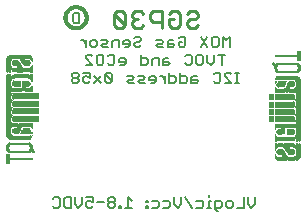
<source format=gbr>
G04 EAGLE Gerber RS-274X export*
G75*
%MOMM*%
%FSLAX34Y34*%
%LPD*%
%INSilkscreen Bottom*%
%IPPOS*%
%AMOC8*
5,1,8,0,0,1.08239X$1,22.5*%
G01*
%ADD10C,0.254000*%
%ADD11C,0.152400*%
%ADD12C,0.127000*%
%ADD13C,0.304800*%
%ADD14C,0.203200*%
%ADD15R,0.022863X0.462278*%
%ADD16R,0.022863X0.462281*%
%ADD17R,0.022863X0.436881*%
%ADD18R,0.023113X0.462278*%
%ADD19R,0.023113X0.462281*%
%ADD20R,0.023113X0.436881*%
%ADD21R,0.023116X0.462278*%
%ADD22R,0.023116X0.462281*%
%ADD23R,0.023116X0.436881*%
%ADD24R,0.023113X0.022863*%
%ADD25R,0.023116X0.091441*%
%ADD26R,0.023113X0.139700*%
%ADD27R,0.023116X0.185419*%
%ADD28R,0.023113X0.254000*%
%ADD29R,0.023113X0.299719*%
%ADD30R,0.023116X0.345438*%
%ADD31R,0.023113X0.391159*%
%ADD32R,0.023116X0.393700*%
%ADD33R,0.022863X0.325119*%
%ADD34R,0.022863X0.599438*%
%ADD35R,0.022863X0.622300*%
%ADD36R,0.022863X0.530859*%
%ADD37R,0.022863X0.439422*%
%ADD38R,0.022863X0.231138*%
%ADD39R,0.022863X0.071119*%
%ADD40R,0.022863X0.533400*%
%ADD41R,0.022863X0.208281*%
%ADD42R,0.023113X0.345441*%
%ADD43R,0.023113X0.576578*%
%ADD44R,0.023113X0.599438*%
%ADD45R,0.023113X0.508000*%
%ADD46R,0.023113X0.416563*%
%ADD47R,0.023113X0.208278*%
%ADD48R,0.023113X0.553722*%
%ADD49R,0.023113X0.208281*%
%ADD50R,0.023116X0.345441*%
%ADD51R,0.023116X0.530859*%
%ADD52R,0.023116X0.370841*%
%ADD53R,0.023116X0.162559*%
%ADD54R,0.023116X0.576581*%
%ADD55R,0.023116X0.208281*%
%ADD56R,0.023113X0.322578*%
%ADD57R,0.023113X0.485137*%
%ADD58R,0.023113X0.416559*%
%ADD59R,0.023113X0.347981*%
%ADD60R,0.023113X0.116838*%
%ADD61R,0.023113X0.647700*%
%ADD62R,0.023116X0.322581*%
%ADD63R,0.023116X0.485137*%
%ADD64R,0.023116X0.093978*%
%ADD65R,0.023116X0.231141*%
%ADD66R,0.023116X0.693419*%
%ADD67R,0.023113X0.322581*%
%ADD68R,0.023113X0.439419*%
%ADD69R,0.023113X0.370841*%
%ADD70R,0.023113X0.299722*%
%ADD71R,0.023113X0.045719*%
%ADD72R,0.023113X0.739138*%
%ADD73R,0.023113X0.414019*%
%ADD74R,0.023113X0.347978*%
%ADD75R,0.023113X0.762000*%
%ADD76R,0.023116X0.414019*%
%ADD77R,0.023116X0.182881*%
%ADD78R,0.023116X0.347978*%
%ADD79R,0.023116X0.276863*%
%ADD80R,0.023116X0.116841*%
%ADD81R,0.023116X0.276859*%
%ADD82R,0.023116X0.784863*%
%ADD83R,0.023113X0.325119*%
%ADD84R,0.023113X0.276863*%
%ADD85R,0.023113X0.276859*%
%ADD86R,0.023116X0.325119*%
%ADD87R,0.023116X0.391159*%
%ADD88R,0.023116X0.302259*%
%ADD89R,0.023116X0.254000*%
%ADD90R,0.023113X0.302259*%
%ADD91R,0.023113X0.393700*%
%ADD92R,0.023113X0.231141*%
%ADD93R,0.022863X0.302259*%
%ADD94R,0.022863X0.439419*%
%ADD95R,0.022863X0.368300*%
%ADD96R,0.022863X0.391159*%
%ADD97R,0.022863X0.416559*%
%ADD98R,0.022863X0.276863*%
%ADD99R,0.022863X0.205741*%
%ADD100R,0.023113X0.368300*%
%ADD101R,0.023113X0.205741*%
%ADD102R,0.023116X0.368300*%
%ADD103R,0.023116X0.205741*%
%ADD104R,0.023113X0.182881*%
%ADD105R,0.022863X0.276859*%
%ADD106R,0.022863X0.182881*%
%ADD107R,0.023113X0.924559*%
%ADD108R,0.023116X0.924559*%
%ADD109R,0.023113X0.901700*%
%ADD110R,0.023116X0.901700*%
%ADD111R,0.023113X0.878841*%
%ADD112R,0.023116X0.855981*%
%ADD113R,0.023113X0.833119*%
%ADD114R,0.022863X0.787400*%
%ADD115R,0.022863X0.414019*%
%ADD116R,0.022863X0.924559*%
%ADD117R,0.023113X0.739141*%
%ADD118R,0.023116X0.716281*%
%ADD119R,0.023116X0.299722*%
%ADD120R,0.023113X0.670559*%
%ADD121R,0.023116X0.647700*%
%ADD122R,0.023116X0.508000*%
%ADD123R,0.023116X0.299719*%
%ADD124R,0.023113X0.601981*%
%ADD125R,0.023113X0.530859*%
%ADD126R,0.023113X0.231138*%
%ADD127R,0.023113X0.556259*%
%ADD128R,0.023113X0.185419*%
%ADD129R,0.023116X0.533400*%
%ADD130R,0.023116X0.599438*%
%ADD131R,0.023116X0.416563*%
%ADD132R,0.023116X0.116838*%
%ADD133R,0.023113X0.485141*%
%ADD134R,0.023113X0.645159*%
%ADD135R,0.023113X0.716278*%
%ADD136R,0.022863X0.393700*%
%ADD137R,0.022863X0.762000*%
%ADD138R,0.022863X0.624841*%
%ADD139R,0.023113X0.784859*%
%ADD140R,0.023113X0.693422*%
%ADD141R,0.023116X0.830578*%
%ADD142R,0.023116X0.739141*%
%ADD143R,0.023113X0.876300*%
%ADD144R,0.023113X0.807722*%
%ADD145R,0.023116X0.899159*%
%ADD146R,0.023116X0.878841*%
%ADD147R,0.023113X0.922019*%
%ADD148R,0.023113X0.947419*%
%ADD149R,0.023116X0.970278*%
%ADD150R,0.023113X0.970278*%
%ADD151R,0.023116X0.439419*%
%ADD152R,0.022863X0.299722*%
%ADD153R,0.023116X0.416559*%
%ADD154R,0.023116X0.347981*%
%ADD155R,0.023113X0.137159*%
%ADD156R,0.023113X0.093978*%
%ADD157R,0.023113X0.091441*%
%ADD158R,0.023113X0.093981*%
%ADD159R,0.023113X0.114300*%
%ADD160R,0.023116X0.045719*%
%ADD161R,0.023116X0.045722*%
%ADD162R,0.023113X0.071119*%
%ADD163R,0.023113X0.116841*%
%ADD164R,0.023116X0.139700*%
%ADD165R,0.022863X0.322581*%
%ADD166R,0.022863X0.345441*%
%ADD167R,0.022863X0.162559*%
%ADD168R,0.022863X0.576581*%
%ADD169R,0.023113X0.668019*%
%ADD170R,0.023113X0.533400*%
%ADD171R,0.023116X1.455419*%
%ADD172R,0.023116X5.519419*%
%ADD173R,0.023113X1.455419*%
%ADD174R,0.023113X5.519419*%
%ADD175R,0.023116X5.494019*%
%ADD176R,0.023113X1.430019*%
%ADD177R,0.023113X5.494019*%
%ADD178R,0.023116X1.430019*%
%ADD179R,0.023116X5.471159*%
%ADD180R,0.023116X0.762000*%
%ADD181R,0.023113X1.407159*%
%ADD182R,0.023113X5.471159*%
%ADD183R,0.022863X1.384300*%
%ADD184R,0.022863X5.448300*%
%ADD185R,0.022863X0.716278*%
%ADD186R,0.022863X0.878841*%
%ADD187R,0.023113X1.361438*%
%ADD188R,0.023113X5.425438*%
%ADD189R,0.023116X1.338578*%
%ADD190R,0.023116X5.402578*%
%ADD191R,0.023116X0.624841*%
%ADD192R,0.023113X1.292859*%
%ADD193R,0.023113X5.356859*%
%ADD194R,0.023116X1.224278*%
%ADD195R,0.023116X5.288278*%


D10*
X154829Y168581D02*
X157202Y170954D01*
X161947Y170954D01*
X164320Y168581D01*
X164320Y166209D01*
X161947Y163836D01*
X157202Y163836D01*
X154829Y161463D01*
X154829Y159091D01*
X157202Y156718D01*
X161947Y156718D01*
X164320Y159091D01*
X141766Y170954D02*
X139393Y168581D01*
X141766Y170954D02*
X146511Y170954D01*
X148884Y168581D01*
X148884Y159091D01*
X146511Y156718D01*
X141766Y156718D01*
X139393Y159091D01*
X139393Y163836D01*
X144139Y163836D01*
X133448Y156718D02*
X133448Y170954D01*
X126330Y170954D01*
X123957Y168581D01*
X123957Y163836D01*
X126330Y161463D01*
X133448Y161463D01*
X118012Y168581D02*
X115639Y170954D01*
X110894Y170954D01*
X108521Y168581D01*
X108521Y166209D01*
X110894Y163836D01*
X113267Y163836D01*
X110894Y163836D02*
X108521Y161463D01*
X108521Y159091D01*
X110894Y156718D01*
X115639Y156718D01*
X118012Y159091D01*
X102576Y159091D02*
X102576Y168581D01*
X100203Y170954D01*
X95458Y170954D01*
X93085Y168581D01*
X93085Y159091D01*
X95458Y156718D01*
X100203Y156718D01*
X102576Y159091D01*
X93085Y168581D01*
D11*
X190945Y149105D02*
X190945Y140462D01*
X188064Y146224D02*
X190945Y149105D01*
X188064Y146224D02*
X185183Y149105D01*
X185183Y140462D01*
X180149Y149105D02*
X177268Y149105D01*
X180149Y149105D02*
X181590Y147665D01*
X181590Y141903D01*
X180149Y140462D01*
X177268Y140462D01*
X175827Y141903D01*
X175827Y147665D01*
X177268Y149105D01*
X172234Y149105D02*
X166472Y140462D01*
X172234Y140462D02*
X166472Y149105D01*
X149202Y149105D02*
X147762Y147665D01*
X149202Y149105D02*
X152083Y149105D01*
X153524Y147665D01*
X153524Y141903D01*
X152083Y140462D01*
X149202Y140462D01*
X147762Y141903D01*
X147762Y144784D01*
X150643Y144784D01*
X142728Y146224D02*
X139847Y146224D01*
X138407Y144784D01*
X138407Y140462D01*
X142728Y140462D01*
X144169Y141903D01*
X142728Y143343D01*
X138407Y143343D01*
X134814Y140462D02*
X130492Y140462D01*
X129051Y141903D01*
X130492Y143343D01*
X133373Y143343D01*
X134814Y144784D01*
X133373Y146224D01*
X129051Y146224D01*
X111782Y149105D02*
X110341Y147665D01*
X111782Y149105D02*
X114663Y149105D01*
X116103Y147665D01*
X116103Y146224D01*
X114663Y144784D01*
X111782Y144784D01*
X110341Y143343D01*
X110341Y141903D01*
X111782Y140462D01*
X114663Y140462D01*
X116103Y141903D01*
X105308Y140462D02*
X102426Y140462D01*
X105308Y140462D02*
X106748Y141903D01*
X106748Y144784D01*
X105308Y146224D01*
X102426Y146224D01*
X100986Y144784D01*
X100986Y143343D01*
X106748Y143343D01*
X97393Y140462D02*
X97393Y146224D01*
X93071Y146224D01*
X91631Y144784D01*
X91631Y140462D01*
X88038Y140462D02*
X83716Y140462D01*
X82275Y141903D01*
X83716Y143343D01*
X86597Y143343D01*
X88038Y144784D01*
X86597Y146224D01*
X82275Y146224D01*
X77242Y140462D02*
X74361Y140462D01*
X72920Y141903D01*
X72920Y144784D01*
X74361Y146224D01*
X77242Y146224D01*
X78683Y144784D01*
X78683Y141903D01*
X77242Y140462D01*
X69327Y140462D02*
X69327Y146224D01*
X69327Y143343D02*
X66446Y146224D01*
X65006Y146224D01*
X184166Y133865D02*
X184166Y125222D01*
X187047Y133865D02*
X181285Y133865D01*
X177692Y133865D02*
X177692Y128103D01*
X174810Y125222D01*
X171929Y128103D01*
X171929Y133865D01*
X166896Y133865D02*
X164015Y133865D01*
X166896Y133865D02*
X168336Y132425D01*
X168336Y126663D01*
X166896Y125222D01*
X164015Y125222D01*
X162574Y126663D01*
X162574Y132425D01*
X164015Y133865D01*
X154660Y133865D02*
X153219Y132425D01*
X154660Y133865D02*
X157541Y133865D01*
X158981Y132425D01*
X158981Y126663D01*
X157541Y125222D01*
X154660Y125222D01*
X153219Y126663D01*
X138830Y130984D02*
X135949Y130984D01*
X134509Y129544D01*
X134509Y125222D01*
X138830Y125222D01*
X140271Y126663D01*
X138830Y128103D01*
X134509Y128103D01*
X130916Y125222D02*
X130916Y130984D01*
X126594Y130984D01*
X125153Y129544D01*
X125153Y125222D01*
X115798Y125222D02*
X115798Y133865D01*
X115798Y125222D02*
X120120Y125222D01*
X121560Y126663D01*
X121560Y129544D01*
X120120Y130984D01*
X115798Y130984D01*
X101410Y125222D02*
X98528Y125222D01*
X101410Y125222D02*
X102850Y126663D01*
X102850Y129544D01*
X101410Y130984D01*
X98528Y130984D01*
X97088Y129544D01*
X97088Y128103D01*
X102850Y128103D01*
X89173Y133865D02*
X87733Y132425D01*
X89173Y133865D02*
X92054Y133865D01*
X93495Y132425D01*
X93495Y126663D01*
X92054Y125222D01*
X89173Y125222D01*
X87733Y126663D01*
X82699Y133865D02*
X79818Y133865D01*
X82699Y133865D02*
X84140Y132425D01*
X84140Y126663D01*
X82699Y125222D01*
X79818Y125222D01*
X78377Y126663D01*
X78377Y132425D01*
X79818Y133865D01*
X74785Y125222D02*
X69022Y125222D01*
X69022Y130984D02*
X74785Y125222D01*
X69022Y130984D02*
X69022Y132425D01*
X70463Y133865D01*
X73344Y133865D01*
X74785Y132425D01*
X195860Y109982D02*
X198741Y109982D01*
X197300Y109982D02*
X197300Y118625D01*
X195860Y118625D02*
X198741Y118625D01*
X192504Y109982D02*
X186742Y109982D01*
X192504Y109982D02*
X186742Y115744D01*
X186742Y117185D01*
X188182Y118625D01*
X191063Y118625D01*
X192504Y117185D01*
X178827Y118625D02*
X177387Y117185D01*
X178827Y118625D02*
X181708Y118625D01*
X183149Y117185D01*
X183149Y111423D01*
X181708Y109982D01*
X178827Y109982D01*
X177387Y111423D01*
X162998Y115744D02*
X160117Y115744D01*
X158676Y114304D01*
X158676Y109982D01*
X162998Y109982D01*
X164438Y111423D01*
X162998Y112863D01*
X158676Y112863D01*
X149321Y109982D02*
X149321Y118625D01*
X149321Y109982D02*
X153643Y109982D01*
X155083Y111423D01*
X155083Y114304D01*
X153643Y115744D01*
X149321Y115744D01*
X139966Y118625D02*
X139966Y109982D01*
X144287Y109982D01*
X145728Y111423D01*
X145728Y114304D01*
X144287Y115744D01*
X139966Y115744D01*
X136373Y115744D02*
X136373Y109982D01*
X136373Y112863D02*
X133492Y115744D01*
X132051Y115744D01*
X127136Y109982D02*
X124255Y109982D01*
X127136Y109982D02*
X128577Y111423D01*
X128577Y114304D01*
X127136Y115744D01*
X124255Y115744D01*
X122815Y114304D01*
X122815Y112863D01*
X128577Y112863D01*
X119222Y109982D02*
X114900Y109982D01*
X113459Y111423D01*
X114900Y112863D01*
X117781Y112863D01*
X119222Y114304D01*
X117781Y115744D01*
X113459Y115744D01*
X109867Y109982D02*
X105545Y109982D01*
X104104Y111423D01*
X105545Y112863D01*
X108426Y112863D01*
X109867Y114304D01*
X108426Y115744D01*
X104104Y115744D01*
X91156Y117185D02*
X91156Y111423D01*
X91156Y117185D02*
X89716Y118625D01*
X86834Y118625D01*
X85394Y117185D01*
X85394Y111423D01*
X86834Y109982D01*
X89716Y109982D01*
X91156Y111423D01*
X85394Y117185D01*
X81801Y115744D02*
X76039Y109982D01*
X81801Y109982D02*
X76039Y115744D01*
X72446Y118625D02*
X66684Y118625D01*
X72446Y118625D02*
X72446Y114304D01*
X69565Y115744D01*
X68124Y115744D01*
X66684Y114304D01*
X66684Y111423D01*
X68124Y109982D01*
X71005Y109982D01*
X72446Y111423D01*
X63091Y117185D02*
X61650Y118625D01*
X58769Y118625D01*
X57328Y117185D01*
X57328Y115744D01*
X58769Y114304D01*
X57328Y112863D01*
X57328Y111423D01*
X58769Y109982D01*
X61650Y109982D01*
X63091Y111423D01*
X63091Y112863D01*
X61650Y114304D01*
X63091Y115744D01*
X63091Y117185D01*
X61650Y114304D02*
X58769Y114304D01*
D12*
X212410Y13343D02*
X212410Y7411D01*
X209444Y4445D01*
X206478Y7411D01*
X206478Y13343D01*
X203055Y13343D02*
X203055Y4445D01*
X197123Y4445D01*
X192217Y4445D02*
X189251Y4445D01*
X187768Y5928D01*
X187768Y8894D01*
X189251Y10377D01*
X192217Y10377D01*
X193700Y8894D01*
X193700Y5928D01*
X192217Y4445D01*
X181379Y1479D02*
X179896Y1479D01*
X178413Y2962D01*
X178413Y10377D01*
X182862Y10377D01*
X184345Y8894D01*
X184345Y5928D01*
X182862Y4445D01*
X178413Y4445D01*
X174989Y10377D02*
X173507Y10377D01*
X173507Y4445D01*
X174989Y4445D02*
X172024Y4445D01*
X173507Y13343D02*
X173507Y14826D01*
X167270Y10377D02*
X162821Y10377D01*
X167270Y10377D02*
X168753Y8894D01*
X168753Y5928D01*
X167270Y4445D01*
X162821Y4445D01*
X159397Y4445D02*
X153466Y13343D01*
X150042Y13343D02*
X150042Y7411D01*
X147076Y4445D01*
X144111Y7411D01*
X144111Y13343D01*
X139204Y10377D02*
X134755Y10377D01*
X139204Y10377D02*
X140687Y8894D01*
X140687Y5928D01*
X139204Y4445D01*
X134755Y4445D01*
X129849Y10377D02*
X125400Y10377D01*
X129849Y10377D02*
X131332Y8894D01*
X131332Y5928D01*
X129849Y4445D01*
X125400Y4445D01*
X121977Y10377D02*
X120494Y10377D01*
X120494Y8894D01*
X121977Y8894D01*
X121977Y10377D01*
X121977Y5928D02*
X120494Y5928D01*
X120494Y4445D01*
X121977Y4445D01*
X121977Y5928D01*
X107944Y10377D02*
X104978Y13343D01*
X104978Y4445D01*
X107944Y4445D02*
X102012Y4445D01*
X98589Y4445D02*
X98589Y5928D01*
X97106Y5928D01*
X97106Y4445D01*
X98589Y4445D01*
X93911Y11860D02*
X92428Y13343D01*
X89462Y13343D01*
X87979Y11860D01*
X87979Y10377D01*
X89462Y8894D01*
X87979Y7411D01*
X87979Y5928D01*
X89462Y4445D01*
X92428Y4445D01*
X93911Y5928D01*
X93911Y7411D01*
X92428Y8894D01*
X93911Y10377D01*
X93911Y11860D01*
X92428Y8894D02*
X89462Y8894D01*
X84556Y8894D02*
X78624Y8894D01*
X75201Y13343D02*
X69269Y13343D01*
X75201Y13343D02*
X75201Y8894D01*
X72235Y10377D01*
X70752Y10377D01*
X69269Y8894D01*
X69269Y5928D01*
X70752Y4445D01*
X73718Y4445D01*
X75201Y5928D01*
X65846Y7411D02*
X65846Y13343D01*
X65846Y7411D02*
X62880Y4445D01*
X59914Y7411D01*
X59914Y13343D01*
X56490Y13343D02*
X56490Y4445D01*
X52042Y4445D01*
X50559Y5928D01*
X50559Y11860D01*
X52042Y13343D01*
X56490Y13343D01*
X42686Y13343D02*
X41203Y11860D01*
X42686Y13343D02*
X45652Y13343D01*
X47135Y11860D01*
X47135Y5928D01*
X45652Y4445D01*
X42686Y4445D01*
X41203Y5928D01*
D13*
X51980Y165100D02*
X51983Y165320D01*
X51991Y165541D01*
X52004Y165761D01*
X52023Y165980D01*
X52048Y166199D01*
X52077Y166418D01*
X52112Y166635D01*
X52153Y166852D01*
X52198Y167068D01*
X52249Y167282D01*
X52305Y167495D01*
X52367Y167707D01*
X52433Y167917D01*
X52505Y168125D01*
X52582Y168332D01*
X52664Y168536D01*
X52750Y168739D01*
X52842Y168939D01*
X52939Y169138D01*
X53040Y169333D01*
X53147Y169526D01*
X53258Y169717D01*
X53373Y169904D01*
X53493Y170089D01*
X53618Y170271D01*
X53747Y170449D01*
X53881Y170625D01*
X54018Y170797D01*
X54160Y170965D01*
X54306Y171131D01*
X54456Y171292D01*
X54610Y171450D01*
X54768Y171604D01*
X54929Y171754D01*
X55095Y171900D01*
X55263Y172042D01*
X55435Y172179D01*
X55611Y172313D01*
X55789Y172442D01*
X55971Y172567D01*
X56156Y172687D01*
X56343Y172802D01*
X56534Y172913D01*
X56727Y173020D01*
X56922Y173121D01*
X57121Y173218D01*
X57321Y173310D01*
X57524Y173396D01*
X57728Y173478D01*
X57935Y173555D01*
X58143Y173627D01*
X58353Y173693D01*
X58565Y173755D01*
X58778Y173811D01*
X58992Y173862D01*
X59208Y173907D01*
X59425Y173948D01*
X59642Y173983D01*
X59861Y174012D01*
X60080Y174037D01*
X60299Y174056D01*
X60519Y174069D01*
X60740Y174077D01*
X60960Y174080D01*
X61180Y174077D01*
X61401Y174069D01*
X61621Y174056D01*
X61840Y174037D01*
X62059Y174012D01*
X62278Y173983D01*
X62495Y173948D01*
X62712Y173907D01*
X62928Y173862D01*
X63142Y173811D01*
X63355Y173755D01*
X63567Y173693D01*
X63777Y173627D01*
X63985Y173555D01*
X64192Y173478D01*
X64396Y173396D01*
X64599Y173310D01*
X64799Y173218D01*
X64998Y173121D01*
X65193Y173020D01*
X65386Y172913D01*
X65577Y172802D01*
X65764Y172687D01*
X65949Y172567D01*
X66131Y172442D01*
X66309Y172313D01*
X66485Y172179D01*
X66657Y172042D01*
X66825Y171900D01*
X66991Y171754D01*
X67152Y171604D01*
X67310Y171450D01*
X67464Y171292D01*
X67614Y171131D01*
X67760Y170965D01*
X67902Y170797D01*
X68039Y170625D01*
X68173Y170449D01*
X68302Y170271D01*
X68427Y170089D01*
X68547Y169904D01*
X68662Y169717D01*
X68773Y169526D01*
X68880Y169333D01*
X68981Y169138D01*
X69078Y168939D01*
X69170Y168739D01*
X69256Y168536D01*
X69338Y168332D01*
X69415Y168125D01*
X69487Y167917D01*
X69553Y167707D01*
X69615Y167495D01*
X69671Y167282D01*
X69722Y167068D01*
X69767Y166852D01*
X69808Y166635D01*
X69843Y166418D01*
X69872Y166199D01*
X69897Y165980D01*
X69916Y165761D01*
X69929Y165541D01*
X69937Y165320D01*
X69940Y165100D01*
X69937Y164880D01*
X69929Y164659D01*
X69916Y164439D01*
X69897Y164220D01*
X69872Y164001D01*
X69843Y163782D01*
X69808Y163565D01*
X69767Y163348D01*
X69722Y163132D01*
X69671Y162918D01*
X69615Y162705D01*
X69553Y162493D01*
X69487Y162283D01*
X69415Y162075D01*
X69338Y161868D01*
X69256Y161664D01*
X69170Y161461D01*
X69078Y161261D01*
X68981Y161062D01*
X68880Y160867D01*
X68773Y160674D01*
X68662Y160483D01*
X68547Y160296D01*
X68427Y160111D01*
X68302Y159929D01*
X68173Y159751D01*
X68039Y159575D01*
X67902Y159403D01*
X67760Y159235D01*
X67614Y159069D01*
X67464Y158908D01*
X67310Y158750D01*
X67152Y158596D01*
X66991Y158446D01*
X66825Y158300D01*
X66657Y158158D01*
X66485Y158021D01*
X66309Y157887D01*
X66131Y157758D01*
X65949Y157633D01*
X65764Y157513D01*
X65577Y157398D01*
X65386Y157287D01*
X65193Y157180D01*
X64998Y157079D01*
X64799Y156982D01*
X64599Y156890D01*
X64396Y156804D01*
X64192Y156722D01*
X63985Y156645D01*
X63777Y156573D01*
X63567Y156507D01*
X63355Y156445D01*
X63142Y156389D01*
X62928Y156338D01*
X62712Y156293D01*
X62495Y156252D01*
X62278Y156217D01*
X62059Y156188D01*
X61840Y156163D01*
X61621Y156144D01*
X61401Y156131D01*
X61180Y156123D01*
X60960Y156120D01*
X60740Y156123D01*
X60519Y156131D01*
X60299Y156144D01*
X60080Y156163D01*
X59861Y156188D01*
X59642Y156217D01*
X59425Y156252D01*
X59208Y156293D01*
X58992Y156338D01*
X58778Y156389D01*
X58565Y156445D01*
X58353Y156507D01*
X58143Y156573D01*
X57935Y156645D01*
X57728Y156722D01*
X57524Y156804D01*
X57321Y156890D01*
X57121Y156982D01*
X56922Y157079D01*
X56727Y157180D01*
X56534Y157287D01*
X56343Y157398D01*
X56156Y157513D01*
X55971Y157633D01*
X55789Y157758D01*
X55611Y157887D01*
X55435Y158021D01*
X55263Y158158D01*
X55095Y158300D01*
X54929Y158446D01*
X54768Y158596D01*
X54610Y158750D01*
X54456Y158908D01*
X54306Y159069D01*
X54160Y159235D01*
X54018Y159403D01*
X53881Y159575D01*
X53747Y159751D01*
X53618Y159929D01*
X53493Y160111D01*
X53373Y160296D01*
X53258Y160483D01*
X53147Y160674D01*
X53040Y160867D01*
X52939Y161062D01*
X52842Y161261D01*
X52750Y161461D01*
X52664Y161664D01*
X52582Y161868D01*
X52505Y162075D01*
X52433Y162283D01*
X52367Y162493D01*
X52305Y162705D01*
X52249Y162918D01*
X52198Y163132D01*
X52153Y163348D01*
X52112Y163565D01*
X52077Y163782D01*
X52048Y164001D01*
X52023Y164220D01*
X52004Y164439D01*
X51991Y164659D01*
X51983Y164880D01*
X51980Y165100D01*
D14*
X63500Y161036D02*
X63500Y169171D01*
X63500Y161036D02*
X59433Y161036D01*
X58077Y162392D01*
X58077Y167815D01*
X59433Y169171D01*
X63500Y169171D01*
D15*
X224790Y79197D03*
D16*
X224790Y85446D03*
X224790Y91669D03*
D17*
X224790Y98019D03*
D18*
X225020Y79197D03*
D19*
X225020Y85446D03*
X225020Y91669D03*
D20*
X225020Y98019D03*
D21*
X225251Y79197D03*
D22*
X225251Y85446D03*
X225251Y91669D03*
D23*
X225251Y98019D03*
D18*
X225482Y79197D03*
D19*
X225482Y85446D03*
X225482Y91669D03*
D20*
X225482Y98019D03*
D21*
X225713Y79197D03*
D22*
X225713Y85446D03*
X225713Y91669D03*
D23*
X225713Y98019D03*
D18*
X225944Y79197D03*
D19*
X225944Y85446D03*
X225944Y91669D03*
D20*
X225944Y98019D03*
D18*
X226176Y79197D03*
D19*
X226176Y85446D03*
X226176Y91669D03*
D20*
X226176Y98019D03*
D21*
X226407Y79197D03*
D22*
X226407Y85446D03*
X226407Y91669D03*
D23*
X226407Y98019D03*
D18*
X226638Y79197D03*
D19*
X226638Y85446D03*
X226638Y91669D03*
D20*
X226638Y98019D03*
D21*
X226869Y79197D03*
D22*
X226869Y85446D03*
X226869Y91669D03*
D23*
X226869Y98019D03*
D18*
X227100Y79197D03*
D19*
X227100Y85446D03*
X227100Y91669D03*
D20*
X227100Y98019D03*
D15*
X227330Y79197D03*
D16*
X227330Y85446D03*
X227330Y91669D03*
D17*
X227330Y98019D03*
D18*
X227560Y79197D03*
D19*
X227560Y85446D03*
X227560Y91669D03*
D20*
X227560Y98019D03*
D24*
X227560Y126429D03*
D21*
X227791Y79197D03*
D22*
X227791Y85446D03*
X227791Y91669D03*
D23*
X227791Y98019D03*
D25*
X227791Y126314D03*
D18*
X228022Y79197D03*
D19*
X228022Y85446D03*
X228022Y91669D03*
D20*
X228022Y98019D03*
D26*
X228022Y126073D03*
D21*
X228253Y79197D03*
D22*
X228253Y85446D03*
X228253Y91669D03*
D23*
X228253Y98019D03*
D27*
X228253Y126073D03*
D18*
X228484Y79197D03*
D19*
X228484Y85446D03*
X228484Y91669D03*
D20*
X228484Y98019D03*
D28*
X228484Y125959D03*
D18*
X228716Y79197D03*
D19*
X228716Y85446D03*
X228716Y91669D03*
D20*
X228716Y98019D03*
D29*
X228716Y125730D03*
D21*
X228947Y79197D03*
D22*
X228947Y85446D03*
X228947Y91669D03*
D23*
X228947Y98019D03*
D30*
X228947Y125730D03*
D31*
X229178Y125501D03*
D32*
X229409Y125032D03*
D18*
X229640Y124003D03*
D33*
X229870Y48031D03*
D34*
X229870Y55880D03*
D35*
X229870Y63614D03*
D36*
X229870Y72631D03*
D15*
X229870Y79197D03*
D16*
X229870Y85446D03*
X229870Y91669D03*
D17*
X229870Y98019D03*
D37*
X229870Y104254D03*
D38*
X229870Y109919D03*
D39*
X229870Y113030D03*
D40*
X229870Y123190D03*
D41*
X229870Y132436D03*
D42*
X230100Y47676D03*
D43*
X230100Y55994D03*
D44*
X230100Y63500D03*
D45*
X230100Y72746D03*
D18*
X230100Y79197D03*
D19*
X230100Y85446D03*
X230100Y91669D03*
D20*
X230100Y98019D03*
D46*
X230100Y104140D03*
D47*
X230100Y110033D03*
D26*
X230100Y113373D03*
D48*
X230100Y122606D03*
D49*
X230100Y132436D03*
D50*
X230331Y47219D03*
D51*
X230331Y56223D03*
X230331Y63157D03*
D21*
X230331Y72974D03*
X230331Y79197D03*
D22*
X230331Y85446D03*
X230331Y91669D03*
D23*
X230331Y98019D03*
D52*
X230331Y103911D03*
D53*
X230331Y110261D03*
D27*
X230331Y113602D03*
D54*
X230331Y122492D03*
D55*
X230331Y132436D03*
D56*
X230562Y46876D03*
D57*
X230562Y56452D03*
D45*
X230562Y63043D03*
D58*
X230562Y73203D03*
D18*
X230562Y79197D03*
D19*
X230562Y85446D03*
X230562Y91669D03*
D20*
X230562Y98019D03*
D59*
X230562Y103797D03*
D60*
X230562Y110490D03*
D47*
X230562Y113716D03*
D61*
X230562Y122619D03*
D49*
X230562Y132436D03*
D62*
X230793Y46647D03*
D21*
X230793Y56566D03*
D63*
X230793Y62929D03*
D32*
X230793Y73317D03*
D21*
X230793Y79197D03*
D22*
X230793Y85446D03*
X230793Y91669D03*
D23*
X230793Y98019D03*
D62*
X230793Y103670D03*
D64*
X230793Y110604D03*
D65*
X230793Y113830D03*
D66*
X230793Y122619D03*
D55*
X230793Y132436D03*
D67*
X231024Y46419D03*
D68*
X231024Y56680D03*
D18*
X231024Y62814D03*
D69*
X231024Y73431D03*
D18*
X231024Y79197D03*
D19*
X231024Y85446D03*
X231024Y91669D03*
D20*
X231024Y98019D03*
D70*
X231024Y103556D03*
D71*
X231024Y110846D03*
D28*
X231024Y113944D03*
D72*
X231024Y122619D03*
D49*
X231024Y132436D03*
D67*
X231256Y46190D03*
D73*
X231256Y56807D03*
D68*
X231256Y62700D03*
D74*
X231256Y73546D03*
D18*
X231256Y79197D03*
D19*
X231256Y85446D03*
X231256Y91669D03*
D20*
X231256Y98019D03*
D70*
X231256Y103556D03*
D28*
X231256Y113944D03*
D75*
X231256Y122504D03*
D49*
X231256Y132436D03*
D62*
X231487Y46190D03*
D65*
X231487Y51270D03*
D76*
X231487Y56807D03*
X231487Y62573D03*
D77*
X231487Y68351D03*
D78*
X231487Y73546D03*
D21*
X231487Y79197D03*
D22*
X231487Y85446D03*
X231487Y91669D03*
D23*
X231487Y98019D03*
D79*
X231487Y103442D03*
D80*
X231487Y108179D03*
D81*
X231487Y114059D03*
D82*
X231487Y122619D03*
D55*
X231487Y132436D03*
D83*
X231718Y45949D03*
D67*
X231718Y51270D03*
D31*
X231718Y56921D03*
D73*
X231718Y62573D03*
D83*
X231718Y68351D03*
X231718Y73660D03*
D18*
X231718Y79197D03*
D19*
X231718Y85446D03*
X231718Y91669D03*
D20*
X231718Y98019D03*
D84*
X231718Y103442D03*
D85*
X231718Y108293D03*
X231718Y114059D03*
D84*
X231718Y120079D03*
D85*
X231718Y125387D03*
D49*
X231718Y132436D03*
D86*
X231949Y45949D03*
D52*
X231949Y51257D03*
D87*
X231949Y56921D03*
D76*
X231949Y62573D03*
D52*
X231949Y68351D03*
D86*
X231949Y73660D03*
D21*
X231949Y79197D03*
D22*
X231949Y85446D03*
X231949Y91669D03*
D23*
X231949Y98019D03*
D79*
X231949Y103442D03*
D50*
X231949Y108407D03*
D88*
X231949Y114186D03*
D89*
X231949Y119736D03*
D65*
X231949Y125616D03*
D55*
X231949Y132436D03*
D83*
X232180Y45949D03*
D58*
X232180Y51257D03*
D31*
X232180Y56921D03*
X232180Y62459D03*
D58*
X232180Y68351D03*
D90*
X232180Y73774D03*
D18*
X232180Y79197D03*
D19*
X232180Y85446D03*
X232180Y91669D03*
D20*
X232180Y98019D03*
D84*
X232180Y103442D03*
D91*
X232180Y108649D03*
D90*
X232180Y114186D03*
D92*
X232180Y119621D03*
D49*
X232180Y125730D03*
X232180Y132436D03*
D93*
X232410Y45834D03*
D94*
X232410Y51143D03*
D95*
X232410Y57036D03*
D96*
X232410Y62459D03*
D97*
X232410Y68351D03*
D93*
X232410Y73774D03*
D15*
X232410Y79197D03*
D16*
X232410Y85446D03*
X232410Y91669D03*
D17*
X232410Y98019D03*
D98*
X232410Y103442D03*
D94*
X232410Y108649D03*
D93*
X232410Y114186D03*
D99*
X232410Y119494D03*
D41*
X232410Y125730D03*
X232410Y132436D03*
D90*
X232640Y45834D03*
D18*
X232640Y51257D03*
D100*
X232640Y57036D03*
D31*
X232640Y62459D03*
D19*
X232640Y68351D03*
D90*
X232640Y73774D03*
D18*
X232640Y79197D03*
D19*
X232640Y85446D03*
X232640Y91669D03*
D20*
X232640Y98019D03*
D84*
X232640Y103442D03*
D18*
X232640Y108763D03*
D90*
X232640Y114186D03*
D101*
X232640Y119494D03*
D49*
X232640Y125959D03*
X232640Y132436D03*
D88*
X232871Y45834D03*
D21*
X232871Y51257D03*
D102*
X232871Y57036D03*
D87*
X232871Y62459D03*
D22*
X232871Y68351D03*
D88*
X232871Y73774D03*
D21*
X232871Y79197D03*
D22*
X232871Y85446D03*
X232871Y91669D03*
D23*
X232871Y98019D03*
D79*
X232871Y103442D03*
D21*
X232871Y108763D03*
D88*
X232871Y114186D03*
D103*
X232871Y119494D03*
D55*
X232871Y125959D03*
X232871Y132436D03*
D90*
X233102Y45834D03*
D18*
X233102Y51257D03*
D100*
X233102Y57036D03*
X233102Y62344D03*
D19*
X233102Y68351D03*
D90*
X233102Y73774D03*
D18*
X233102Y79197D03*
D19*
X233102Y85446D03*
X233102Y91669D03*
D20*
X233102Y98019D03*
D84*
X233102Y103442D03*
D18*
X233102Y108763D03*
D90*
X233102Y114186D03*
D101*
X233102Y119494D03*
D49*
X233102Y125959D03*
X233102Y132436D03*
D88*
X233333Y45834D03*
D21*
X233333Y51257D03*
D102*
X233333Y57036D03*
X233333Y62344D03*
D22*
X233333Y68351D03*
D88*
X233333Y73774D03*
D21*
X233333Y79197D03*
D22*
X233333Y85446D03*
X233333Y91669D03*
D23*
X233333Y98019D03*
D79*
X233333Y103442D03*
D21*
X233333Y108763D03*
D88*
X233333Y114186D03*
D77*
X233333Y119380D03*
D55*
X233333Y125959D03*
X233333Y132436D03*
D90*
X233564Y45834D03*
D18*
X233564Y51257D03*
D100*
X233564Y57036D03*
X233564Y62344D03*
D19*
X233564Y68351D03*
D90*
X233564Y73774D03*
D18*
X233564Y79197D03*
D19*
X233564Y85446D03*
X233564Y91669D03*
D20*
X233564Y98019D03*
D84*
X233564Y103442D03*
D18*
X233564Y108763D03*
D90*
X233564Y114186D03*
D104*
X233564Y119380D03*
D49*
X233564Y125959D03*
X233564Y132436D03*
D90*
X233796Y45834D03*
D18*
X233796Y51257D03*
D100*
X233796Y57036D03*
X233796Y62344D03*
D19*
X233796Y68351D03*
D85*
X233796Y73901D03*
D18*
X233796Y79197D03*
D19*
X233796Y85446D03*
X233796Y91669D03*
D20*
X233796Y98019D03*
D84*
X233796Y103442D03*
D18*
X233796Y108763D03*
D90*
X233796Y114186D03*
D104*
X233796Y119380D03*
D49*
X233796Y125959D03*
X233796Y132436D03*
D88*
X234027Y45834D03*
D21*
X234027Y51257D03*
D102*
X234027Y57036D03*
X234027Y62344D03*
D22*
X234027Y68351D03*
D81*
X234027Y73901D03*
D21*
X234027Y79197D03*
D22*
X234027Y85446D03*
X234027Y91669D03*
D23*
X234027Y98019D03*
D79*
X234027Y103442D03*
D21*
X234027Y108763D03*
D88*
X234027Y114186D03*
D77*
X234027Y119380D03*
D55*
X234027Y125959D03*
X234027Y132436D03*
D90*
X234258Y45834D03*
D18*
X234258Y51257D03*
D100*
X234258Y57036D03*
X234258Y62344D03*
D19*
X234258Y68351D03*
D85*
X234258Y73901D03*
D18*
X234258Y79197D03*
D19*
X234258Y85446D03*
X234258Y91669D03*
D20*
X234258Y98019D03*
D84*
X234258Y103442D03*
D18*
X234258Y108763D03*
D90*
X234258Y114186D03*
D104*
X234258Y119380D03*
D49*
X234258Y125959D03*
X234258Y132436D03*
D88*
X234489Y45834D03*
D21*
X234489Y51257D03*
D102*
X234489Y57036D03*
X234489Y62344D03*
D22*
X234489Y68351D03*
D81*
X234489Y73901D03*
D21*
X234489Y79197D03*
D22*
X234489Y85446D03*
X234489Y91669D03*
D23*
X234489Y98019D03*
D79*
X234489Y103442D03*
D21*
X234489Y108763D03*
D88*
X234489Y114186D03*
D77*
X234489Y119380D03*
D55*
X234489Y125959D03*
X234489Y132436D03*
D90*
X234720Y45834D03*
D18*
X234720Y51257D03*
D100*
X234720Y57036D03*
X234720Y62344D03*
D19*
X234720Y68351D03*
D85*
X234720Y73901D03*
D18*
X234720Y79197D03*
D19*
X234720Y85446D03*
X234720Y91669D03*
D20*
X234720Y98019D03*
D84*
X234720Y103442D03*
D18*
X234720Y108763D03*
D90*
X234720Y114186D03*
D104*
X234720Y119380D03*
D49*
X234720Y125959D03*
X234720Y132436D03*
D93*
X234950Y45834D03*
D15*
X234950Y51257D03*
D95*
X234950Y57036D03*
X234950Y62344D03*
D16*
X234950Y68351D03*
D105*
X234950Y73901D03*
D15*
X234950Y79197D03*
D16*
X234950Y85446D03*
X234950Y91669D03*
D17*
X234950Y98019D03*
D98*
X234950Y103442D03*
D15*
X234950Y108763D03*
D93*
X234950Y114186D03*
D106*
X234950Y119380D03*
D41*
X234950Y125959D03*
X234950Y132436D03*
D90*
X235180Y45834D03*
D18*
X235180Y51257D03*
D100*
X235180Y57036D03*
X235180Y62344D03*
D19*
X235180Y68351D03*
D85*
X235180Y73901D03*
D18*
X235180Y79197D03*
D19*
X235180Y85446D03*
X235180Y91669D03*
D20*
X235180Y98019D03*
D84*
X235180Y103442D03*
D18*
X235180Y108763D03*
D90*
X235180Y114186D03*
D104*
X235180Y119380D03*
D49*
X235180Y125959D03*
X235180Y132436D03*
D88*
X235411Y45834D03*
D21*
X235411Y51257D03*
D102*
X235411Y57036D03*
X235411Y62344D03*
D22*
X235411Y68351D03*
D81*
X235411Y73901D03*
D21*
X235411Y79197D03*
D22*
X235411Y85446D03*
X235411Y91669D03*
D23*
X235411Y98019D03*
D79*
X235411Y103442D03*
D21*
X235411Y108763D03*
D88*
X235411Y114186D03*
D77*
X235411Y119380D03*
D55*
X235411Y125959D03*
X235411Y132436D03*
D90*
X235642Y45834D03*
D18*
X235642Y51257D03*
D100*
X235642Y57036D03*
X235642Y62344D03*
D107*
X235642Y70663D03*
D18*
X235642Y79197D03*
D19*
X235642Y85446D03*
X235642Y91669D03*
D20*
X235642Y98019D03*
D84*
X235642Y103442D03*
D18*
X235642Y108763D03*
D90*
X235642Y114186D03*
D104*
X235642Y119380D03*
D49*
X235642Y125959D03*
X235642Y132436D03*
D88*
X235873Y45834D03*
D21*
X235873Y51257D03*
D102*
X235873Y57036D03*
X235873Y62344D03*
D108*
X235873Y70663D03*
D21*
X235873Y79197D03*
D22*
X235873Y85446D03*
X235873Y91669D03*
D23*
X235873Y98019D03*
D79*
X235873Y103442D03*
D21*
X235873Y108763D03*
D88*
X235873Y114186D03*
D77*
X235873Y119380D03*
D55*
X235873Y125959D03*
X235873Y132436D03*
D90*
X236104Y45834D03*
D68*
X236104Y51143D03*
D100*
X236104Y57036D03*
X236104Y62344D03*
D107*
X236104Y70663D03*
D18*
X236104Y79197D03*
D19*
X236104Y85446D03*
X236104Y91669D03*
D20*
X236104Y98019D03*
D84*
X236104Y103442D03*
D18*
X236104Y108763D03*
D90*
X236104Y114186D03*
D104*
X236104Y119380D03*
D49*
X236104Y125959D03*
X236104Y132436D03*
D109*
X236336Y48832D03*
D100*
X236336Y57036D03*
X236336Y62344D03*
D107*
X236336Y70663D03*
D18*
X236336Y79197D03*
D19*
X236336Y85446D03*
X236336Y91669D03*
D20*
X236336Y98019D03*
D84*
X236336Y103442D03*
D18*
X236336Y108763D03*
D90*
X236336Y114186D03*
D104*
X236336Y119380D03*
D49*
X236336Y125959D03*
X236336Y132436D03*
D110*
X236567Y48832D03*
D102*
X236567Y57036D03*
X236567Y62344D03*
D108*
X236567Y70663D03*
D21*
X236567Y79197D03*
D22*
X236567Y85446D03*
X236567Y91669D03*
D23*
X236567Y98019D03*
D79*
X236567Y103442D03*
D21*
X236567Y108763D03*
D88*
X236567Y114186D03*
D77*
X236567Y119380D03*
D55*
X236567Y125959D03*
X236567Y132436D03*
D111*
X236798Y48717D03*
D31*
X236798Y56921D03*
D100*
X236798Y62344D03*
D107*
X236798Y70663D03*
D18*
X236798Y79197D03*
D19*
X236798Y85446D03*
X236798Y91669D03*
D20*
X236798Y98019D03*
D84*
X236798Y103442D03*
D18*
X236798Y108763D03*
D90*
X236798Y114186D03*
D104*
X236798Y119380D03*
D49*
X236798Y125959D03*
X236798Y132436D03*
D112*
X237029Y48603D03*
D87*
X237029Y56921D03*
D102*
X237029Y62344D03*
D108*
X237029Y70663D03*
D21*
X237029Y79197D03*
D22*
X237029Y85446D03*
X237029Y91669D03*
D23*
X237029Y98019D03*
D79*
X237029Y103442D03*
D21*
X237029Y108763D03*
D88*
X237029Y114186D03*
D77*
X237029Y119380D03*
D55*
X237029Y125959D03*
X237029Y132436D03*
D113*
X237260Y48489D03*
D73*
X237260Y56807D03*
D100*
X237260Y62344D03*
D107*
X237260Y70663D03*
D18*
X237260Y79197D03*
D19*
X237260Y85446D03*
X237260Y91669D03*
D20*
X237260Y98019D03*
D84*
X237260Y103442D03*
D68*
X237260Y108877D03*
D90*
X237260Y114186D03*
D104*
X237260Y119380D03*
D49*
X237260Y125959D03*
X237260Y132436D03*
D114*
X237490Y48260D03*
D115*
X237490Y56807D03*
D95*
X237490Y62344D03*
D116*
X237490Y70663D03*
D15*
X237490Y79197D03*
D16*
X237490Y85446D03*
X237490Y91669D03*
D17*
X237490Y98019D03*
D98*
X237490Y103442D03*
D94*
X237490Y108877D03*
D93*
X237490Y114186D03*
D106*
X237490Y119380D03*
D41*
X237490Y125959D03*
X237490Y132436D03*
D117*
X237720Y48019D03*
D68*
X237720Y56680D03*
D100*
X237720Y62344D03*
D107*
X237720Y70663D03*
D18*
X237720Y79197D03*
D19*
X237720Y85446D03*
X237720Y91669D03*
D20*
X237720Y98019D03*
D70*
X237720Y103556D03*
D58*
X237720Y108991D03*
D90*
X237720Y114186D03*
D104*
X237720Y119380D03*
D49*
X237720Y125959D03*
X237720Y132436D03*
D118*
X237951Y47904D03*
D21*
X237951Y56566D03*
D102*
X237951Y62344D03*
D108*
X237951Y70663D03*
D21*
X237951Y79197D03*
D22*
X237951Y85446D03*
X237951Y91669D03*
D23*
X237951Y98019D03*
D119*
X237951Y103556D03*
D32*
X237951Y109106D03*
D88*
X237951Y114186D03*
D77*
X237951Y119380D03*
D55*
X237951Y125959D03*
X237951Y132436D03*
D120*
X238182Y47676D03*
D57*
X238182Y56452D03*
D100*
X238182Y62344D03*
D107*
X238182Y70663D03*
D18*
X238182Y79197D03*
D19*
X238182Y85446D03*
X238182Y91669D03*
D20*
X238182Y98019D03*
D67*
X238182Y103670D03*
D74*
X238182Y109334D03*
D90*
X238182Y114186D03*
D104*
X238182Y119380D03*
D49*
X238182Y125959D03*
X238182Y132436D03*
D121*
X238413Y47562D03*
D122*
X238413Y56337D03*
D102*
X238413Y62344D03*
D81*
X238413Y73901D03*
D21*
X238413Y79197D03*
D22*
X238413Y85446D03*
X238413Y91669D03*
D23*
X238413Y98019D03*
D62*
X238413Y103670D03*
D123*
X238413Y109576D03*
D88*
X238413Y114186D03*
D77*
X238413Y119380D03*
D55*
X238413Y125959D03*
X238413Y132436D03*
D124*
X238644Y47333D03*
D125*
X238644Y56223D03*
D100*
X238644Y62344D03*
D85*
X238644Y73901D03*
D18*
X238644Y79197D03*
D19*
X238644Y85446D03*
X238644Y91669D03*
D20*
X238644Y98019D03*
D59*
X238644Y103797D03*
D126*
X238644Y109919D03*
D90*
X238644Y114186D03*
D104*
X238644Y119380D03*
D49*
X238644Y125959D03*
X238644Y132436D03*
D127*
X238876Y47104D03*
D43*
X238876Y55994D03*
D100*
X238876Y62344D03*
D85*
X238876Y73901D03*
D18*
X238876Y79197D03*
D19*
X238876Y85446D03*
X238876Y91669D03*
D20*
X238876Y98019D03*
D69*
X238876Y103911D03*
D128*
X238876Y110147D03*
D90*
X238876Y114186D03*
D104*
X238876Y119380D03*
D49*
X238876Y125959D03*
X238876Y132436D03*
D129*
X239107Y46990D03*
D130*
X239107Y55880D03*
D102*
X239107Y62344D03*
D81*
X239107Y73901D03*
D21*
X239107Y79197D03*
D22*
X239107Y85446D03*
X239107Y91669D03*
D23*
X239107Y98019D03*
D131*
X239107Y104140D03*
D132*
X239107Y110490D03*
D88*
X239107Y114186D03*
D77*
X239107Y119380D03*
D55*
X239107Y125959D03*
X239107Y132436D03*
D133*
X239338Y46749D03*
D134*
X239338Y55651D03*
D100*
X239338Y62344D03*
D85*
X239338Y73901D03*
D18*
X239338Y79197D03*
D19*
X239338Y85446D03*
X239338Y91669D03*
D20*
X239338Y98019D03*
D19*
X239338Y104369D03*
D71*
X239338Y110846D03*
D90*
X239338Y114186D03*
D104*
X239338Y119380D03*
D49*
X239338Y125959D03*
X239338Y132436D03*
D22*
X239569Y46634D03*
D66*
X239569Y55410D03*
D102*
X239569Y62344D03*
D81*
X239569Y73901D03*
D21*
X239569Y79197D03*
D22*
X239569Y85446D03*
X239569Y91669D03*
D23*
X239569Y98019D03*
D122*
X239569Y104597D03*
D88*
X239569Y114186D03*
D77*
X239569Y119380D03*
D55*
X239569Y125959D03*
X239569Y132436D03*
D58*
X239800Y46406D03*
D135*
X239800Y55296D03*
D100*
X239800Y62344D03*
D85*
X239800Y73901D03*
D18*
X239800Y79197D03*
D19*
X239800Y85446D03*
X239800Y91669D03*
D20*
X239800Y98019D03*
D48*
X239800Y104826D03*
D90*
X239800Y114186D03*
D104*
X239800Y119380D03*
D49*
X239800Y125959D03*
X239800Y132436D03*
D136*
X240030Y46292D03*
D137*
X240030Y55067D03*
D95*
X240030Y62344D03*
D16*
X240030Y68351D03*
D105*
X240030Y73901D03*
D15*
X240030Y79197D03*
D16*
X240030Y85446D03*
X240030Y91669D03*
D17*
X240030Y98019D03*
D138*
X240030Y105181D03*
D93*
X240030Y114186D03*
D106*
X240030Y119380D03*
D41*
X240030Y125959D03*
X240030Y132436D03*
D69*
X240260Y46177D03*
D139*
X240260Y54953D03*
D100*
X240260Y62344D03*
D19*
X240260Y68351D03*
D85*
X240260Y73901D03*
D18*
X240260Y79197D03*
D19*
X240260Y85446D03*
X240260Y91669D03*
D20*
X240260Y98019D03*
D140*
X240260Y105524D03*
D90*
X240260Y114186D03*
D104*
X240260Y119380D03*
D49*
X240260Y125959D03*
X240260Y132436D03*
D52*
X240491Y46177D03*
D141*
X240491Y54724D03*
D102*
X240491Y62344D03*
D22*
X240491Y68351D03*
D81*
X240491Y73901D03*
D21*
X240491Y79197D03*
D22*
X240491Y85446D03*
X240491Y91669D03*
D23*
X240491Y98019D03*
D142*
X240491Y105753D03*
D88*
X240491Y114186D03*
D77*
X240491Y119380D03*
D55*
X240491Y125959D03*
X240491Y132436D03*
D59*
X240722Y46063D03*
D143*
X240722Y54496D03*
D100*
X240722Y62344D03*
D19*
X240722Y68351D03*
D85*
X240722Y73901D03*
D18*
X240722Y79197D03*
D19*
X240722Y85446D03*
X240722Y91669D03*
D20*
X240722Y98019D03*
D144*
X240722Y106096D03*
D90*
X240722Y114186D03*
D104*
X240722Y119380D03*
D49*
X240722Y125959D03*
X240722Y132436D03*
D86*
X240953Y45949D03*
D145*
X240953Y54381D03*
D102*
X240953Y62344D03*
D22*
X240953Y68351D03*
D81*
X240953Y73901D03*
D21*
X240953Y79197D03*
D22*
X240953Y85446D03*
X240953Y91669D03*
D23*
X240953Y98019D03*
D146*
X240953Y106451D03*
D88*
X240953Y114186D03*
D77*
X240953Y119380D03*
D55*
X240953Y125959D03*
X240953Y132436D03*
D83*
X241184Y45949D03*
D147*
X241184Y54267D03*
D100*
X241184Y62344D03*
D19*
X241184Y68351D03*
D85*
X241184Y73901D03*
D18*
X241184Y79197D03*
D19*
X241184Y85446D03*
X241184Y91669D03*
D20*
X241184Y98019D03*
D109*
X241184Y106566D03*
D90*
X241184Y114186D03*
D104*
X241184Y119380D03*
D49*
X241184Y125959D03*
X241184Y132436D03*
D83*
X241416Y45949D03*
D148*
X241416Y54140D03*
D100*
X241416Y62344D03*
D19*
X241416Y68351D03*
D85*
X241416Y73901D03*
D18*
X241416Y79197D03*
D19*
X241416Y85446D03*
X241416Y91669D03*
D20*
X241416Y98019D03*
D109*
X241416Y106566D03*
D90*
X241416Y114186D03*
D104*
X241416Y119380D03*
D49*
X241416Y125959D03*
X241416Y132436D03*
D88*
X241647Y45834D03*
D149*
X241647Y54026D03*
D102*
X241647Y62344D03*
D22*
X241647Y68351D03*
D81*
X241647Y73901D03*
D21*
X241647Y79197D03*
D22*
X241647Y85446D03*
X241647Y91669D03*
D23*
X241647Y98019D03*
D110*
X241647Y106566D03*
D88*
X241647Y114186D03*
D77*
X241647Y119380D03*
D55*
X241647Y125959D03*
X241647Y132436D03*
D90*
X241878Y45834D03*
D150*
X241878Y54026D03*
D100*
X241878Y62344D03*
D19*
X241878Y68351D03*
D85*
X241878Y73901D03*
D18*
X241878Y79197D03*
D19*
X241878Y85446D03*
X241878Y91669D03*
D20*
X241878Y98019D03*
D109*
X241878Y106566D03*
D90*
X241878Y114186D03*
D104*
X241878Y119380D03*
D49*
X241878Y125959D03*
X241878Y132436D03*
D88*
X242109Y45834D03*
D21*
X242109Y51257D03*
D102*
X242109Y57036D03*
X242109Y62344D03*
D22*
X242109Y68351D03*
D81*
X242109Y73901D03*
D21*
X242109Y79197D03*
D22*
X242109Y85446D03*
X242109Y91669D03*
D23*
X242109Y98019D03*
D110*
X242109Y106566D03*
D88*
X242109Y114186D03*
D77*
X242109Y119380D03*
D55*
X242109Y125959D03*
X242109Y132436D03*
D90*
X242340Y45834D03*
D18*
X242340Y51257D03*
D100*
X242340Y57036D03*
X242340Y62344D03*
D19*
X242340Y68351D03*
D85*
X242340Y73901D03*
D18*
X242340Y79197D03*
D19*
X242340Y85446D03*
X242340Y91669D03*
D20*
X242340Y98019D03*
D84*
X242340Y103442D03*
D68*
X242340Y108877D03*
D90*
X242340Y114186D03*
D104*
X242340Y119380D03*
D49*
X242340Y125959D03*
X242340Y132436D03*
D93*
X242570Y45834D03*
D15*
X242570Y51257D03*
D95*
X242570Y57036D03*
X242570Y62344D03*
D16*
X242570Y68351D03*
D105*
X242570Y73901D03*
D15*
X242570Y79197D03*
D16*
X242570Y85446D03*
X242570Y91669D03*
D17*
X242570Y98019D03*
D98*
X242570Y103442D03*
D94*
X242570Y108877D03*
D93*
X242570Y114186D03*
D106*
X242570Y119380D03*
D41*
X242570Y125959D03*
X242570Y132436D03*
D90*
X242800Y45834D03*
D18*
X242800Y51257D03*
D100*
X242800Y57036D03*
X242800Y62344D03*
D19*
X242800Y68351D03*
D85*
X242800Y73901D03*
D18*
X242800Y79197D03*
D19*
X242800Y85446D03*
X242800Y91669D03*
D20*
X242800Y98019D03*
D84*
X242800Y103442D03*
D68*
X242800Y108877D03*
D90*
X242800Y114186D03*
D104*
X242800Y119380D03*
D49*
X242800Y125959D03*
X242800Y132436D03*
D88*
X243031Y45834D03*
D21*
X243031Y51257D03*
D102*
X243031Y57036D03*
X243031Y62344D03*
D22*
X243031Y68351D03*
D81*
X243031Y73901D03*
D21*
X243031Y79197D03*
D22*
X243031Y85446D03*
X243031Y91669D03*
D23*
X243031Y98019D03*
D79*
X243031Y103442D03*
D151*
X243031Y108877D03*
D88*
X243031Y114186D03*
D77*
X243031Y119380D03*
D55*
X243031Y125959D03*
X243031Y132436D03*
D90*
X243262Y45834D03*
D18*
X243262Y51257D03*
D100*
X243262Y57036D03*
X243262Y62344D03*
D19*
X243262Y68351D03*
D85*
X243262Y73901D03*
D18*
X243262Y79197D03*
D19*
X243262Y85446D03*
X243262Y91669D03*
D20*
X243262Y98019D03*
D84*
X243262Y103442D03*
D68*
X243262Y108877D03*
D90*
X243262Y114186D03*
D104*
X243262Y119380D03*
D49*
X243262Y125959D03*
X243262Y132436D03*
D88*
X243493Y45834D03*
D21*
X243493Y51257D03*
D102*
X243493Y57036D03*
X243493Y62344D03*
D22*
X243493Y68351D03*
D81*
X243493Y73901D03*
D21*
X243493Y79197D03*
D22*
X243493Y85446D03*
X243493Y91669D03*
D23*
X243493Y98019D03*
D79*
X243493Y103442D03*
D151*
X243493Y108877D03*
D88*
X243493Y114186D03*
D77*
X243493Y119380D03*
D55*
X243493Y125959D03*
X243493Y132436D03*
D90*
X243724Y45834D03*
D18*
X243724Y51257D03*
D100*
X243724Y57036D03*
X243724Y62344D03*
D19*
X243724Y68351D03*
D85*
X243724Y73901D03*
D18*
X243724Y79197D03*
D19*
X243724Y85446D03*
X243724Y91669D03*
D20*
X243724Y98019D03*
D84*
X243724Y103442D03*
D68*
X243724Y108877D03*
D90*
X243724Y114186D03*
D104*
X243724Y119380D03*
D49*
X243724Y125959D03*
X243724Y132436D03*
D90*
X243956Y45834D03*
D18*
X243956Y51257D03*
D100*
X243956Y57036D03*
X243956Y62344D03*
D19*
X243956Y68351D03*
D85*
X243956Y73901D03*
D18*
X243956Y79197D03*
D19*
X243956Y85446D03*
X243956Y91669D03*
D20*
X243956Y98019D03*
D84*
X243956Y103442D03*
D68*
X243956Y108877D03*
D90*
X243956Y114186D03*
D104*
X243956Y119380D03*
D49*
X243956Y125959D03*
X243956Y132436D03*
D88*
X244187Y45834D03*
D21*
X244187Y51257D03*
D102*
X244187Y57036D03*
X244187Y62344D03*
D22*
X244187Y68351D03*
D81*
X244187Y73901D03*
D21*
X244187Y79197D03*
D22*
X244187Y85446D03*
X244187Y91669D03*
D23*
X244187Y98019D03*
D79*
X244187Y103442D03*
D151*
X244187Y108877D03*
D88*
X244187Y114186D03*
D77*
X244187Y119380D03*
D55*
X244187Y125959D03*
X244187Y132436D03*
D90*
X244418Y45834D03*
D18*
X244418Y51257D03*
D100*
X244418Y57036D03*
X244418Y62344D03*
D19*
X244418Y68351D03*
D90*
X244418Y73774D03*
D18*
X244418Y79197D03*
D19*
X244418Y85446D03*
X244418Y91669D03*
D20*
X244418Y98019D03*
D84*
X244418Y103442D03*
D68*
X244418Y108877D03*
D90*
X244418Y114186D03*
D104*
X244418Y119380D03*
D49*
X244418Y125959D03*
X244418Y132436D03*
D88*
X244649Y45834D03*
D21*
X244649Y51257D03*
D102*
X244649Y57036D03*
X244649Y62344D03*
D22*
X244649Y68351D03*
D88*
X244649Y73774D03*
D21*
X244649Y79197D03*
D22*
X244649Y85446D03*
X244649Y91669D03*
D23*
X244649Y98019D03*
D79*
X244649Y103442D03*
D151*
X244649Y108877D03*
D88*
X244649Y114186D03*
D77*
X244649Y119380D03*
D55*
X244649Y125959D03*
X244649Y132436D03*
D90*
X244880Y45834D03*
D18*
X244880Y51257D03*
D100*
X244880Y57036D03*
X244880Y62344D03*
D19*
X244880Y68351D03*
D90*
X244880Y73774D03*
D18*
X244880Y79197D03*
D19*
X244880Y85446D03*
X244880Y91669D03*
D20*
X244880Y98019D03*
D70*
X244880Y103556D03*
D68*
X244880Y108877D03*
D90*
X244880Y114186D03*
D104*
X244880Y119380D03*
D49*
X244880Y125959D03*
X244880Y132436D03*
D93*
X245110Y45834D03*
D15*
X245110Y51257D03*
D95*
X245110Y57036D03*
D96*
X245110Y62459D03*
D16*
X245110Y68351D03*
D93*
X245110Y73774D03*
D15*
X245110Y79197D03*
D16*
X245110Y85446D03*
X245110Y91669D03*
D17*
X245110Y98019D03*
D152*
X245110Y103556D03*
D94*
X245110Y108877D03*
D93*
X245110Y114186D03*
D106*
X245110Y119380D03*
D41*
X245110Y125959D03*
X245110Y132436D03*
D90*
X245340Y45834D03*
D68*
X245340Y51143D03*
D100*
X245340Y57036D03*
D31*
X245340Y62459D03*
D68*
X245340Y68237D03*
D90*
X245340Y73774D03*
D18*
X245340Y79197D03*
D19*
X245340Y85446D03*
X245340Y91669D03*
D20*
X245340Y98019D03*
D70*
X245340Y103556D03*
D58*
X245340Y108763D03*
D90*
X245340Y114186D03*
D104*
X245340Y119380D03*
D49*
X245340Y125959D03*
X245340Y132436D03*
D88*
X245571Y45834D03*
D153*
X245571Y51257D03*
D87*
X245571Y56921D03*
X245571Y62459D03*
D153*
X245571Y68351D03*
D88*
X245571Y73774D03*
D151*
X245571Y79312D03*
X245571Y85560D03*
X245571Y91783D03*
D76*
X245571Y98133D03*
D119*
X245571Y103556D03*
D153*
X245571Y108763D03*
D86*
X245571Y114071D03*
D77*
X245571Y119380D03*
D55*
X245571Y125959D03*
X245571Y132436D03*
D83*
X245802Y45949D03*
D58*
X245802Y51257D03*
D31*
X245802Y56921D03*
X245802Y62459D03*
D58*
X245802Y68351D03*
D90*
X245802Y73774D03*
D100*
X245802Y79439D03*
X245802Y85662D03*
D69*
X245802Y91897D03*
D31*
X245802Y98247D03*
D67*
X245802Y103442D03*
D69*
X245802Y108763D03*
D83*
X245802Y114071D03*
D104*
X245802Y119380D03*
D49*
X245802Y125959D03*
X245802Y132436D03*
D86*
X246033Y45949D03*
D52*
X246033Y51257D03*
D87*
X246033Y56921D03*
D76*
X246033Y62573D03*
D52*
X246033Y68351D03*
D86*
X246033Y73660D03*
D62*
X246033Y79667D03*
D50*
X246033Y85776D03*
D62*
X246033Y92139D03*
X246033Y98362D03*
D50*
X246033Y103556D03*
D154*
X246033Y108877D03*
D86*
X246033Y114071D03*
D77*
X246033Y119380D03*
D55*
X246033Y125959D03*
X246033Y132436D03*
D83*
X246264Y45949D03*
D67*
X246264Y51270D03*
D73*
X246264Y56807D03*
X246264Y62573D03*
D85*
X246264Y68339D03*
D83*
X246264Y73660D03*
D92*
X246264Y79667D03*
X246264Y85890D03*
D28*
X246264Y92253D03*
X246264Y98476D03*
D42*
X246264Y103556D03*
D85*
X246264Y108750D03*
D59*
X246264Y113957D03*
D104*
X246264Y119380D03*
D49*
X246264Y125959D03*
X246264Y132436D03*
D59*
X246496Y46063D03*
D128*
X246496Y51270D03*
D101*
X246496Y55766D03*
D92*
X246496Y63741D03*
D155*
X246496Y68351D03*
D74*
X246496Y73546D03*
D156*
X246496Y79896D03*
D157*
X246496Y85903D03*
D158*
X246496Y92367D03*
D157*
X246496Y98603D03*
D69*
X246496Y103683D03*
D159*
X246496Y108877D03*
D59*
X246496Y113957D03*
D104*
X246496Y119380D03*
D49*
X246496Y125959D03*
X246496Y132436D03*
D52*
X246727Y46177D03*
D65*
X246727Y55639D03*
X246727Y63741D03*
D78*
X246727Y73546D03*
D160*
X246727Y77114D03*
D161*
X246727Y83134D03*
X246727Y89357D03*
D160*
X246727Y95606D03*
D32*
X246727Y103569D03*
D52*
X246727Y113843D03*
D77*
X246727Y119380D03*
D55*
X246727Y125959D03*
X246727Y132436D03*
D69*
X246958Y46177D03*
D92*
X246958Y55639D03*
D28*
X246958Y63856D03*
D69*
X246958Y73431D03*
D162*
X246958Y77241D03*
D157*
X246958Y83134D03*
X246958Y89357D03*
D163*
X246958Y95707D03*
D58*
X246958Y103683D03*
D69*
X246958Y113843D03*
D104*
X246958Y119380D03*
D49*
X246958Y125959D03*
X246958Y132436D03*
D32*
X247189Y46292D03*
D89*
X247189Y55524D03*
D81*
X247189Y63970D03*
D32*
X247189Y73317D03*
D64*
X247189Y77356D03*
D53*
X247189Y83236D03*
D164*
X247189Y89599D03*
X247189Y95822D03*
D21*
X247189Y103683D03*
D32*
X247189Y113729D03*
D77*
X247189Y119380D03*
D55*
X247189Y125959D03*
X247189Y132436D03*
D58*
X247420Y46406D03*
D85*
X247420Y55410D03*
D70*
X247420Y64084D03*
D58*
X247420Y73203D03*
D26*
X247420Y77584D03*
D47*
X247420Y83236D03*
D128*
X247420Y89599D03*
X247420Y95822D03*
D45*
X247420Y103683D03*
D68*
X247420Y113500D03*
D104*
X247420Y119380D03*
D49*
X247420Y125959D03*
X247420Y132436D03*
D16*
X247650Y46634D03*
D165*
X247650Y55182D03*
D166*
X247650Y64313D03*
D15*
X247650Y72974D03*
D167*
X247650Y77699D03*
D105*
X247650Y83350D03*
D98*
X247650Y89599D03*
X247650Y95822D03*
D168*
X247650Y103797D03*
D16*
X247650Y113386D03*
D99*
X247650Y119494D03*
D41*
X247650Y125959D03*
X247650Y132436D03*
D45*
X247880Y46863D03*
D100*
X247880Y54953D03*
D31*
X247880Y64541D03*
D125*
X247880Y72631D03*
D126*
X247880Y78042D03*
D69*
X247880Y83363D03*
D100*
X247880Y89599D03*
D91*
X247880Y95949D03*
D169*
X247880Y103797D03*
D170*
X247880Y113030D03*
D101*
X247880Y119494D03*
D49*
X247880Y125959D03*
X247880Y132436D03*
D171*
X248111Y51600D03*
D172*
X248111Y88100D03*
D103*
X248111Y119494D03*
D55*
X248111Y125959D03*
X248111Y132436D03*
D173*
X248342Y51600D03*
D174*
X248342Y88100D03*
D101*
X248342Y119494D03*
D49*
X248342Y125959D03*
X248342Y132436D03*
D171*
X248573Y51600D03*
D172*
X248573Y88100D03*
D103*
X248573Y119494D03*
D65*
X248573Y125844D03*
D55*
X248573Y132436D03*
D173*
X248804Y51600D03*
D174*
X248804Y88100D03*
D92*
X248804Y119621D03*
X248804Y125844D03*
D49*
X248804Y132436D03*
D173*
X249036Y51600D03*
D174*
X249036Y88100D03*
D28*
X249036Y119736D03*
D92*
X249036Y125616D03*
D49*
X249036Y132436D03*
D171*
X249267Y51600D03*
D175*
X249267Y87973D03*
D79*
X249267Y120079D03*
D81*
X249267Y125387D03*
D146*
X249267Y132537D03*
D176*
X249498Y51727D03*
D177*
X249498Y87973D03*
D144*
X249498Y122733D03*
D111*
X249498Y132537D03*
D178*
X249729Y51727D03*
D179*
X249729Y87859D03*
D180*
X249729Y122733D03*
D146*
X249729Y132537D03*
D181*
X249960Y51841D03*
D182*
X249960Y87859D03*
D75*
X249960Y122733D03*
D111*
X249960Y132537D03*
D183*
X250190Y51956D03*
D184*
X250190Y87744D03*
D185*
X250190Y122733D03*
D186*
X250190Y132537D03*
D187*
X250420Y52070D03*
D188*
X250420Y87630D03*
D120*
X250420Y122733D03*
D111*
X250420Y132537D03*
D189*
X250651Y52184D03*
D190*
X250651Y87516D03*
D191*
X250651Y122733D03*
D146*
X250651Y132537D03*
D192*
X250882Y52413D03*
D193*
X250882Y87287D03*
D48*
X250882Y122606D03*
D111*
X250882Y132537D03*
D194*
X251113Y52756D03*
D195*
X251113Y86944D03*
D151*
X251113Y122720D03*
D146*
X251113Y132537D03*
D15*
X29210Y98603D03*
D16*
X29210Y92354D03*
X29210Y86131D03*
D17*
X29210Y79781D03*
D18*
X28980Y98603D03*
D19*
X28980Y92354D03*
X28980Y86131D03*
D20*
X28980Y79781D03*
D21*
X28749Y98603D03*
D22*
X28749Y92354D03*
X28749Y86131D03*
D23*
X28749Y79781D03*
D18*
X28518Y98603D03*
D19*
X28518Y92354D03*
X28518Y86131D03*
D20*
X28518Y79781D03*
D21*
X28287Y98603D03*
D22*
X28287Y92354D03*
X28287Y86131D03*
D23*
X28287Y79781D03*
D18*
X28056Y98603D03*
D19*
X28056Y92354D03*
X28056Y86131D03*
D20*
X28056Y79781D03*
D18*
X27824Y98603D03*
D19*
X27824Y92354D03*
X27824Y86131D03*
D20*
X27824Y79781D03*
D21*
X27593Y98603D03*
D22*
X27593Y92354D03*
X27593Y86131D03*
D23*
X27593Y79781D03*
D18*
X27362Y98603D03*
D19*
X27362Y92354D03*
X27362Y86131D03*
D20*
X27362Y79781D03*
D21*
X27131Y98603D03*
D22*
X27131Y92354D03*
X27131Y86131D03*
D23*
X27131Y79781D03*
D18*
X26900Y98603D03*
D19*
X26900Y92354D03*
X26900Y86131D03*
D20*
X26900Y79781D03*
D15*
X26670Y98603D03*
D16*
X26670Y92354D03*
X26670Y86131D03*
D17*
X26670Y79781D03*
D18*
X26440Y98603D03*
D19*
X26440Y92354D03*
X26440Y86131D03*
D20*
X26440Y79781D03*
D24*
X26440Y51372D03*
D21*
X26209Y98603D03*
D22*
X26209Y92354D03*
X26209Y86131D03*
D23*
X26209Y79781D03*
D25*
X26209Y51486D03*
D18*
X25978Y98603D03*
D19*
X25978Y92354D03*
X25978Y86131D03*
D20*
X25978Y79781D03*
D26*
X25978Y51727D03*
D21*
X25747Y98603D03*
D22*
X25747Y92354D03*
X25747Y86131D03*
D23*
X25747Y79781D03*
D27*
X25747Y51727D03*
D18*
X25516Y98603D03*
D19*
X25516Y92354D03*
X25516Y86131D03*
D20*
X25516Y79781D03*
D28*
X25516Y51841D03*
D18*
X25284Y98603D03*
D19*
X25284Y92354D03*
X25284Y86131D03*
D20*
X25284Y79781D03*
D29*
X25284Y52070D03*
D21*
X25053Y98603D03*
D22*
X25053Y92354D03*
X25053Y86131D03*
D23*
X25053Y79781D03*
D30*
X25053Y52070D03*
D31*
X24822Y52299D03*
D32*
X24591Y52769D03*
D18*
X24360Y53797D03*
D33*
X24130Y129769D03*
D34*
X24130Y121920D03*
D35*
X24130Y114186D03*
D36*
X24130Y105169D03*
D15*
X24130Y98603D03*
D16*
X24130Y92354D03*
X24130Y86131D03*
D17*
X24130Y79781D03*
D37*
X24130Y73546D03*
D38*
X24130Y67882D03*
D39*
X24130Y64770D03*
D40*
X24130Y54610D03*
D41*
X24130Y45364D03*
D42*
X23900Y130124D03*
D43*
X23900Y121806D03*
D44*
X23900Y114300D03*
D45*
X23900Y105054D03*
D18*
X23900Y98603D03*
D19*
X23900Y92354D03*
X23900Y86131D03*
D20*
X23900Y79781D03*
D46*
X23900Y73660D03*
D47*
X23900Y67767D03*
D26*
X23900Y64427D03*
D48*
X23900Y55194D03*
D49*
X23900Y45364D03*
D50*
X23669Y130581D03*
D51*
X23669Y121577D03*
X23669Y114643D03*
D21*
X23669Y104826D03*
X23669Y98603D03*
D22*
X23669Y92354D03*
X23669Y86131D03*
D23*
X23669Y79781D03*
D52*
X23669Y73889D03*
D53*
X23669Y67539D03*
D27*
X23669Y64199D03*
D54*
X23669Y55309D03*
D55*
X23669Y45364D03*
D56*
X23438Y130924D03*
D57*
X23438Y121349D03*
D45*
X23438Y114757D03*
D58*
X23438Y104597D03*
D18*
X23438Y98603D03*
D19*
X23438Y92354D03*
X23438Y86131D03*
D20*
X23438Y79781D03*
D59*
X23438Y74003D03*
D60*
X23438Y67310D03*
D47*
X23438Y64084D03*
D61*
X23438Y55182D03*
D49*
X23438Y45364D03*
D62*
X23207Y131153D03*
D21*
X23207Y121234D03*
D63*
X23207Y114872D03*
D32*
X23207Y104483D03*
D21*
X23207Y98603D03*
D22*
X23207Y92354D03*
X23207Y86131D03*
D23*
X23207Y79781D03*
D62*
X23207Y74130D03*
D64*
X23207Y67196D03*
D65*
X23207Y63970D03*
D66*
X23207Y55182D03*
D55*
X23207Y45364D03*
D67*
X22976Y131382D03*
D68*
X22976Y121120D03*
D18*
X22976Y114986D03*
D69*
X22976Y104369D03*
D18*
X22976Y98603D03*
D19*
X22976Y92354D03*
X22976Y86131D03*
D20*
X22976Y79781D03*
D70*
X22976Y74244D03*
D71*
X22976Y66954D03*
D28*
X22976Y63856D03*
D72*
X22976Y55182D03*
D49*
X22976Y45364D03*
D67*
X22744Y131610D03*
D73*
X22744Y120993D03*
D68*
X22744Y115100D03*
D74*
X22744Y104254D03*
D18*
X22744Y98603D03*
D19*
X22744Y92354D03*
X22744Y86131D03*
D20*
X22744Y79781D03*
D70*
X22744Y74244D03*
D28*
X22744Y63856D03*
D75*
X22744Y55296D03*
D49*
X22744Y45364D03*
D62*
X22513Y131610D03*
D65*
X22513Y126530D03*
D76*
X22513Y120993D03*
X22513Y115227D03*
D77*
X22513Y109449D03*
D78*
X22513Y104254D03*
D21*
X22513Y98603D03*
D22*
X22513Y92354D03*
X22513Y86131D03*
D23*
X22513Y79781D03*
D79*
X22513Y74359D03*
D80*
X22513Y69621D03*
D81*
X22513Y63741D03*
D82*
X22513Y55182D03*
D55*
X22513Y45364D03*
D83*
X22282Y131851D03*
D67*
X22282Y126530D03*
D31*
X22282Y120879D03*
D73*
X22282Y115227D03*
D83*
X22282Y109449D03*
X22282Y104140D03*
D18*
X22282Y98603D03*
D19*
X22282Y92354D03*
X22282Y86131D03*
D20*
X22282Y79781D03*
D84*
X22282Y74359D03*
D85*
X22282Y69507D03*
X22282Y63741D03*
D84*
X22282Y57722D03*
D85*
X22282Y52413D03*
D49*
X22282Y45364D03*
D86*
X22051Y131851D03*
D52*
X22051Y126543D03*
D87*
X22051Y120879D03*
D76*
X22051Y115227D03*
D52*
X22051Y109449D03*
D86*
X22051Y104140D03*
D21*
X22051Y98603D03*
D22*
X22051Y92354D03*
X22051Y86131D03*
D23*
X22051Y79781D03*
D79*
X22051Y74359D03*
D50*
X22051Y69393D03*
D88*
X22051Y63614D03*
D89*
X22051Y58064D03*
D65*
X22051Y52184D03*
D55*
X22051Y45364D03*
D83*
X21820Y131851D03*
D58*
X21820Y126543D03*
D31*
X21820Y120879D03*
X21820Y115341D03*
D58*
X21820Y109449D03*
D90*
X21820Y104026D03*
D18*
X21820Y98603D03*
D19*
X21820Y92354D03*
X21820Y86131D03*
D20*
X21820Y79781D03*
D84*
X21820Y74359D03*
D91*
X21820Y69152D03*
D90*
X21820Y63614D03*
D92*
X21820Y58179D03*
D49*
X21820Y52070D03*
X21820Y45364D03*
D93*
X21590Y131966D03*
D94*
X21590Y126657D03*
D95*
X21590Y120764D03*
D96*
X21590Y115341D03*
D97*
X21590Y109449D03*
D93*
X21590Y104026D03*
D15*
X21590Y98603D03*
D16*
X21590Y92354D03*
X21590Y86131D03*
D17*
X21590Y79781D03*
D98*
X21590Y74359D03*
D94*
X21590Y69152D03*
D93*
X21590Y63614D03*
D99*
X21590Y58306D03*
D41*
X21590Y52070D03*
X21590Y45364D03*
D90*
X21360Y131966D03*
D18*
X21360Y126543D03*
D100*
X21360Y120764D03*
D31*
X21360Y115341D03*
D19*
X21360Y109449D03*
D90*
X21360Y104026D03*
D18*
X21360Y98603D03*
D19*
X21360Y92354D03*
X21360Y86131D03*
D20*
X21360Y79781D03*
D84*
X21360Y74359D03*
D18*
X21360Y69037D03*
D90*
X21360Y63614D03*
D101*
X21360Y58306D03*
D49*
X21360Y51841D03*
X21360Y45364D03*
D88*
X21129Y131966D03*
D21*
X21129Y126543D03*
D102*
X21129Y120764D03*
D87*
X21129Y115341D03*
D22*
X21129Y109449D03*
D88*
X21129Y104026D03*
D21*
X21129Y98603D03*
D22*
X21129Y92354D03*
X21129Y86131D03*
D23*
X21129Y79781D03*
D79*
X21129Y74359D03*
D21*
X21129Y69037D03*
D88*
X21129Y63614D03*
D103*
X21129Y58306D03*
D55*
X21129Y51841D03*
X21129Y45364D03*
D90*
X20898Y131966D03*
D18*
X20898Y126543D03*
D100*
X20898Y120764D03*
X20898Y115456D03*
D19*
X20898Y109449D03*
D90*
X20898Y104026D03*
D18*
X20898Y98603D03*
D19*
X20898Y92354D03*
X20898Y86131D03*
D20*
X20898Y79781D03*
D84*
X20898Y74359D03*
D18*
X20898Y69037D03*
D90*
X20898Y63614D03*
D101*
X20898Y58306D03*
D49*
X20898Y51841D03*
X20898Y45364D03*
D88*
X20667Y131966D03*
D21*
X20667Y126543D03*
D102*
X20667Y120764D03*
X20667Y115456D03*
D22*
X20667Y109449D03*
D88*
X20667Y104026D03*
D21*
X20667Y98603D03*
D22*
X20667Y92354D03*
X20667Y86131D03*
D23*
X20667Y79781D03*
D79*
X20667Y74359D03*
D21*
X20667Y69037D03*
D88*
X20667Y63614D03*
D77*
X20667Y58420D03*
D55*
X20667Y51841D03*
X20667Y45364D03*
D90*
X20436Y131966D03*
D18*
X20436Y126543D03*
D100*
X20436Y120764D03*
X20436Y115456D03*
D19*
X20436Y109449D03*
D90*
X20436Y104026D03*
D18*
X20436Y98603D03*
D19*
X20436Y92354D03*
X20436Y86131D03*
D20*
X20436Y79781D03*
D84*
X20436Y74359D03*
D18*
X20436Y69037D03*
D90*
X20436Y63614D03*
D104*
X20436Y58420D03*
D49*
X20436Y51841D03*
X20436Y45364D03*
D90*
X20204Y131966D03*
D18*
X20204Y126543D03*
D100*
X20204Y120764D03*
X20204Y115456D03*
D19*
X20204Y109449D03*
D85*
X20204Y103899D03*
D18*
X20204Y98603D03*
D19*
X20204Y92354D03*
X20204Y86131D03*
D20*
X20204Y79781D03*
D84*
X20204Y74359D03*
D18*
X20204Y69037D03*
D90*
X20204Y63614D03*
D104*
X20204Y58420D03*
D49*
X20204Y51841D03*
X20204Y45364D03*
D88*
X19973Y131966D03*
D21*
X19973Y126543D03*
D102*
X19973Y120764D03*
X19973Y115456D03*
D22*
X19973Y109449D03*
D81*
X19973Y103899D03*
D21*
X19973Y98603D03*
D22*
X19973Y92354D03*
X19973Y86131D03*
D23*
X19973Y79781D03*
D79*
X19973Y74359D03*
D21*
X19973Y69037D03*
D88*
X19973Y63614D03*
D77*
X19973Y58420D03*
D55*
X19973Y51841D03*
X19973Y45364D03*
D90*
X19742Y131966D03*
D18*
X19742Y126543D03*
D100*
X19742Y120764D03*
X19742Y115456D03*
D19*
X19742Y109449D03*
D85*
X19742Y103899D03*
D18*
X19742Y98603D03*
D19*
X19742Y92354D03*
X19742Y86131D03*
D20*
X19742Y79781D03*
D84*
X19742Y74359D03*
D18*
X19742Y69037D03*
D90*
X19742Y63614D03*
D104*
X19742Y58420D03*
D49*
X19742Y51841D03*
X19742Y45364D03*
D88*
X19511Y131966D03*
D21*
X19511Y126543D03*
D102*
X19511Y120764D03*
X19511Y115456D03*
D22*
X19511Y109449D03*
D81*
X19511Y103899D03*
D21*
X19511Y98603D03*
D22*
X19511Y92354D03*
X19511Y86131D03*
D23*
X19511Y79781D03*
D79*
X19511Y74359D03*
D21*
X19511Y69037D03*
D88*
X19511Y63614D03*
D77*
X19511Y58420D03*
D55*
X19511Y51841D03*
X19511Y45364D03*
D90*
X19280Y131966D03*
D18*
X19280Y126543D03*
D100*
X19280Y120764D03*
X19280Y115456D03*
D19*
X19280Y109449D03*
D85*
X19280Y103899D03*
D18*
X19280Y98603D03*
D19*
X19280Y92354D03*
X19280Y86131D03*
D20*
X19280Y79781D03*
D84*
X19280Y74359D03*
D18*
X19280Y69037D03*
D90*
X19280Y63614D03*
D104*
X19280Y58420D03*
D49*
X19280Y51841D03*
X19280Y45364D03*
D93*
X19050Y131966D03*
D15*
X19050Y126543D03*
D95*
X19050Y120764D03*
X19050Y115456D03*
D16*
X19050Y109449D03*
D105*
X19050Y103899D03*
D15*
X19050Y98603D03*
D16*
X19050Y92354D03*
X19050Y86131D03*
D17*
X19050Y79781D03*
D98*
X19050Y74359D03*
D15*
X19050Y69037D03*
D93*
X19050Y63614D03*
D106*
X19050Y58420D03*
D41*
X19050Y51841D03*
X19050Y45364D03*
D90*
X18820Y131966D03*
D18*
X18820Y126543D03*
D100*
X18820Y120764D03*
X18820Y115456D03*
D19*
X18820Y109449D03*
D85*
X18820Y103899D03*
D18*
X18820Y98603D03*
D19*
X18820Y92354D03*
X18820Y86131D03*
D20*
X18820Y79781D03*
D84*
X18820Y74359D03*
D18*
X18820Y69037D03*
D90*
X18820Y63614D03*
D104*
X18820Y58420D03*
D49*
X18820Y51841D03*
X18820Y45364D03*
D88*
X18589Y131966D03*
D21*
X18589Y126543D03*
D102*
X18589Y120764D03*
X18589Y115456D03*
D22*
X18589Y109449D03*
D81*
X18589Y103899D03*
D21*
X18589Y98603D03*
D22*
X18589Y92354D03*
X18589Y86131D03*
D23*
X18589Y79781D03*
D79*
X18589Y74359D03*
D21*
X18589Y69037D03*
D88*
X18589Y63614D03*
D77*
X18589Y58420D03*
D55*
X18589Y51841D03*
X18589Y45364D03*
D90*
X18358Y131966D03*
D18*
X18358Y126543D03*
D100*
X18358Y120764D03*
X18358Y115456D03*
D107*
X18358Y107137D03*
D18*
X18358Y98603D03*
D19*
X18358Y92354D03*
X18358Y86131D03*
D20*
X18358Y79781D03*
D84*
X18358Y74359D03*
D18*
X18358Y69037D03*
D90*
X18358Y63614D03*
D104*
X18358Y58420D03*
D49*
X18358Y51841D03*
X18358Y45364D03*
D88*
X18127Y131966D03*
D21*
X18127Y126543D03*
D102*
X18127Y120764D03*
X18127Y115456D03*
D108*
X18127Y107137D03*
D21*
X18127Y98603D03*
D22*
X18127Y92354D03*
X18127Y86131D03*
D23*
X18127Y79781D03*
D79*
X18127Y74359D03*
D21*
X18127Y69037D03*
D88*
X18127Y63614D03*
D77*
X18127Y58420D03*
D55*
X18127Y51841D03*
X18127Y45364D03*
D90*
X17896Y131966D03*
D68*
X17896Y126657D03*
D100*
X17896Y120764D03*
X17896Y115456D03*
D107*
X17896Y107137D03*
D18*
X17896Y98603D03*
D19*
X17896Y92354D03*
X17896Y86131D03*
D20*
X17896Y79781D03*
D84*
X17896Y74359D03*
D18*
X17896Y69037D03*
D90*
X17896Y63614D03*
D104*
X17896Y58420D03*
D49*
X17896Y51841D03*
X17896Y45364D03*
D109*
X17664Y128969D03*
D100*
X17664Y120764D03*
X17664Y115456D03*
D107*
X17664Y107137D03*
D18*
X17664Y98603D03*
D19*
X17664Y92354D03*
X17664Y86131D03*
D20*
X17664Y79781D03*
D84*
X17664Y74359D03*
D18*
X17664Y69037D03*
D90*
X17664Y63614D03*
D104*
X17664Y58420D03*
D49*
X17664Y51841D03*
X17664Y45364D03*
D110*
X17433Y128969D03*
D102*
X17433Y120764D03*
X17433Y115456D03*
D108*
X17433Y107137D03*
D21*
X17433Y98603D03*
D22*
X17433Y92354D03*
X17433Y86131D03*
D23*
X17433Y79781D03*
D79*
X17433Y74359D03*
D21*
X17433Y69037D03*
D88*
X17433Y63614D03*
D77*
X17433Y58420D03*
D55*
X17433Y51841D03*
X17433Y45364D03*
D111*
X17202Y129083D03*
D31*
X17202Y120879D03*
D100*
X17202Y115456D03*
D107*
X17202Y107137D03*
D18*
X17202Y98603D03*
D19*
X17202Y92354D03*
X17202Y86131D03*
D20*
X17202Y79781D03*
D84*
X17202Y74359D03*
D18*
X17202Y69037D03*
D90*
X17202Y63614D03*
D104*
X17202Y58420D03*
D49*
X17202Y51841D03*
X17202Y45364D03*
D112*
X16971Y129197D03*
D87*
X16971Y120879D03*
D102*
X16971Y115456D03*
D108*
X16971Y107137D03*
D21*
X16971Y98603D03*
D22*
X16971Y92354D03*
X16971Y86131D03*
D23*
X16971Y79781D03*
D79*
X16971Y74359D03*
D21*
X16971Y69037D03*
D88*
X16971Y63614D03*
D77*
X16971Y58420D03*
D55*
X16971Y51841D03*
X16971Y45364D03*
D113*
X16740Y129311D03*
D73*
X16740Y120993D03*
D100*
X16740Y115456D03*
D107*
X16740Y107137D03*
D18*
X16740Y98603D03*
D19*
X16740Y92354D03*
X16740Y86131D03*
D20*
X16740Y79781D03*
D84*
X16740Y74359D03*
D68*
X16740Y68923D03*
D90*
X16740Y63614D03*
D104*
X16740Y58420D03*
D49*
X16740Y51841D03*
X16740Y45364D03*
D114*
X16510Y129540D03*
D115*
X16510Y120993D03*
D95*
X16510Y115456D03*
D116*
X16510Y107137D03*
D15*
X16510Y98603D03*
D16*
X16510Y92354D03*
X16510Y86131D03*
D17*
X16510Y79781D03*
D98*
X16510Y74359D03*
D94*
X16510Y68923D03*
D93*
X16510Y63614D03*
D106*
X16510Y58420D03*
D41*
X16510Y51841D03*
X16510Y45364D03*
D117*
X16280Y129781D03*
D68*
X16280Y121120D03*
D100*
X16280Y115456D03*
D107*
X16280Y107137D03*
D18*
X16280Y98603D03*
D19*
X16280Y92354D03*
X16280Y86131D03*
D20*
X16280Y79781D03*
D70*
X16280Y74244D03*
D58*
X16280Y68809D03*
D90*
X16280Y63614D03*
D104*
X16280Y58420D03*
D49*
X16280Y51841D03*
X16280Y45364D03*
D118*
X16049Y129896D03*
D21*
X16049Y121234D03*
D102*
X16049Y115456D03*
D108*
X16049Y107137D03*
D21*
X16049Y98603D03*
D22*
X16049Y92354D03*
X16049Y86131D03*
D23*
X16049Y79781D03*
D119*
X16049Y74244D03*
D32*
X16049Y68694D03*
D88*
X16049Y63614D03*
D77*
X16049Y58420D03*
D55*
X16049Y51841D03*
X16049Y45364D03*
D120*
X15818Y130124D03*
D57*
X15818Y121349D03*
D100*
X15818Y115456D03*
D107*
X15818Y107137D03*
D18*
X15818Y98603D03*
D19*
X15818Y92354D03*
X15818Y86131D03*
D20*
X15818Y79781D03*
D67*
X15818Y74130D03*
D74*
X15818Y68466D03*
D90*
X15818Y63614D03*
D104*
X15818Y58420D03*
D49*
X15818Y51841D03*
X15818Y45364D03*
D121*
X15587Y130239D03*
D122*
X15587Y121463D03*
D102*
X15587Y115456D03*
D81*
X15587Y103899D03*
D21*
X15587Y98603D03*
D22*
X15587Y92354D03*
X15587Y86131D03*
D23*
X15587Y79781D03*
D62*
X15587Y74130D03*
D123*
X15587Y68224D03*
D88*
X15587Y63614D03*
D77*
X15587Y58420D03*
D55*
X15587Y51841D03*
X15587Y45364D03*
D124*
X15356Y130467D03*
D125*
X15356Y121577D03*
D100*
X15356Y115456D03*
D85*
X15356Y103899D03*
D18*
X15356Y98603D03*
D19*
X15356Y92354D03*
X15356Y86131D03*
D20*
X15356Y79781D03*
D59*
X15356Y74003D03*
D126*
X15356Y67882D03*
D90*
X15356Y63614D03*
D104*
X15356Y58420D03*
D49*
X15356Y51841D03*
X15356Y45364D03*
D127*
X15124Y130696D03*
D43*
X15124Y121806D03*
D100*
X15124Y115456D03*
D85*
X15124Y103899D03*
D18*
X15124Y98603D03*
D19*
X15124Y92354D03*
X15124Y86131D03*
D20*
X15124Y79781D03*
D69*
X15124Y73889D03*
D128*
X15124Y67653D03*
D90*
X15124Y63614D03*
D104*
X15124Y58420D03*
D49*
X15124Y51841D03*
X15124Y45364D03*
D129*
X14893Y130810D03*
D130*
X14893Y121920D03*
D102*
X14893Y115456D03*
D81*
X14893Y103899D03*
D21*
X14893Y98603D03*
D22*
X14893Y92354D03*
X14893Y86131D03*
D23*
X14893Y79781D03*
D131*
X14893Y73660D03*
D132*
X14893Y67310D03*
D88*
X14893Y63614D03*
D77*
X14893Y58420D03*
D55*
X14893Y51841D03*
X14893Y45364D03*
D133*
X14662Y131051D03*
D134*
X14662Y122149D03*
D100*
X14662Y115456D03*
D85*
X14662Y103899D03*
D18*
X14662Y98603D03*
D19*
X14662Y92354D03*
X14662Y86131D03*
D20*
X14662Y79781D03*
D19*
X14662Y73431D03*
D71*
X14662Y66954D03*
D90*
X14662Y63614D03*
D104*
X14662Y58420D03*
D49*
X14662Y51841D03*
X14662Y45364D03*
D22*
X14431Y131166D03*
D66*
X14431Y122390D03*
D102*
X14431Y115456D03*
D81*
X14431Y103899D03*
D21*
X14431Y98603D03*
D22*
X14431Y92354D03*
X14431Y86131D03*
D23*
X14431Y79781D03*
D122*
X14431Y73203D03*
D88*
X14431Y63614D03*
D77*
X14431Y58420D03*
D55*
X14431Y51841D03*
X14431Y45364D03*
D58*
X14200Y131394D03*
D135*
X14200Y122504D03*
D100*
X14200Y115456D03*
D85*
X14200Y103899D03*
D18*
X14200Y98603D03*
D19*
X14200Y92354D03*
X14200Y86131D03*
D20*
X14200Y79781D03*
D48*
X14200Y72974D03*
D90*
X14200Y63614D03*
D104*
X14200Y58420D03*
D49*
X14200Y51841D03*
X14200Y45364D03*
D136*
X13970Y131509D03*
D137*
X13970Y122733D03*
D95*
X13970Y115456D03*
D16*
X13970Y109449D03*
D105*
X13970Y103899D03*
D15*
X13970Y98603D03*
D16*
X13970Y92354D03*
X13970Y86131D03*
D17*
X13970Y79781D03*
D138*
X13970Y72619D03*
D93*
X13970Y63614D03*
D106*
X13970Y58420D03*
D41*
X13970Y51841D03*
X13970Y45364D03*
D69*
X13740Y131623D03*
D139*
X13740Y122847D03*
D100*
X13740Y115456D03*
D19*
X13740Y109449D03*
D85*
X13740Y103899D03*
D18*
X13740Y98603D03*
D19*
X13740Y92354D03*
X13740Y86131D03*
D20*
X13740Y79781D03*
D140*
X13740Y72276D03*
D90*
X13740Y63614D03*
D104*
X13740Y58420D03*
D49*
X13740Y51841D03*
X13740Y45364D03*
D52*
X13509Y131623D03*
D141*
X13509Y123076D03*
D102*
X13509Y115456D03*
D22*
X13509Y109449D03*
D81*
X13509Y103899D03*
D21*
X13509Y98603D03*
D22*
X13509Y92354D03*
X13509Y86131D03*
D23*
X13509Y79781D03*
D142*
X13509Y72047D03*
D88*
X13509Y63614D03*
D77*
X13509Y58420D03*
D55*
X13509Y51841D03*
X13509Y45364D03*
D59*
X13278Y131737D03*
D143*
X13278Y123304D03*
D100*
X13278Y115456D03*
D19*
X13278Y109449D03*
D85*
X13278Y103899D03*
D18*
X13278Y98603D03*
D19*
X13278Y92354D03*
X13278Y86131D03*
D20*
X13278Y79781D03*
D144*
X13278Y71704D03*
D90*
X13278Y63614D03*
D104*
X13278Y58420D03*
D49*
X13278Y51841D03*
X13278Y45364D03*
D86*
X13047Y131851D03*
D145*
X13047Y123419D03*
D102*
X13047Y115456D03*
D22*
X13047Y109449D03*
D81*
X13047Y103899D03*
D21*
X13047Y98603D03*
D22*
X13047Y92354D03*
X13047Y86131D03*
D23*
X13047Y79781D03*
D146*
X13047Y71349D03*
D88*
X13047Y63614D03*
D77*
X13047Y58420D03*
D55*
X13047Y51841D03*
X13047Y45364D03*
D83*
X12816Y131851D03*
D147*
X12816Y123533D03*
D100*
X12816Y115456D03*
D19*
X12816Y109449D03*
D85*
X12816Y103899D03*
D18*
X12816Y98603D03*
D19*
X12816Y92354D03*
X12816Y86131D03*
D20*
X12816Y79781D03*
D109*
X12816Y71234D03*
D90*
X12816Y63614D03*
D104*
X12816Y58420D03*
D49*
X12816Y51841D03*
X12816Y45364D03*
D83*
X12584Y131851D03*
D148*
X12584Y123660D03*
D100*
X12584Y115456D03*
D19*
X12584Y109449D03*
D85*
X12584Y103899D03*
D18*
X12584Y98603D03*
D19*
X12584Y92354D03*
X12584Y86131D03*
D20*
X12584Y79781D03*
D109*
X12584Y71234D03*
D90*
X12584Y63614D03*
D104*
X12584Y58420D03*
D49*
X12584Y51841D03*
X12584Y45364D03*
D88*
X12353Y131966D03*
D149*
X12353Y123774D03*
D102*
X12353Y115456D03*
D22*
X12353Y109449D03*
D81*
X12353Y103899D03*
D21*
X12353Y98603D03*
D22*
X12353Y92354D03*
X12353Y86131D03*
D23*
X12353Y79781D03*
D110*
X12353Y71234D03*
D88*
X12353Y63614D03*
D77*
X12353Y58420D03*
D55*
X12353Y51841D03*
X12353Y45364D03*
D90*
X12122Y131966D03*
D150*
X12122Y123774D03*
D100*
X12122Y115456D03*
D19*
X12122Y109449D03*
D85*
X12122Y103899D03*
D18*
X12122Y98603D03*
D19*
X12122Y92354D03*
X12122Y86131D03*
D20*
X12122Y79781D03*
D109*
X12122Y71234D03*
D90*
X12122Y63614D03*
D104*
X12122Y58420D03*
D49*
X12122Y51841D03*
X12122Y45364D03*
D88*
X11891Y131966D03*
D21*
X11891Y126543D03*
D102*
X11891Y120764D03*
X11891Y115456D03*
D22*
X11891Y109449D03*
D81*
X11891Y103899D03*
D21*
X11891Y98603D03*
D22*
X11891Y92354D03*
X11891Y86131D03*
D23*
X11891Y79781D03*
D110*
X11891Y71234D03*
D88*
X11891Y63614D03*
D77*
X11891Y58420D03*
D55*
X11891Y51841D03*
X11891Y45364D03*
D90*
X11660Y131966D03*
D18*
X11660Y126543D03*
D100*
X11660Y120764D03*
X11660Y115456D03*
D19*
X11660Y109449D03*
D85*
X11660Y103899D03*
D18*
X11660Y98603D03*
D19*
X11660Y92354D03*
X11660Y86131D03*
D20*
X11660Y79781D03*
D84*
X11660Y74359D03*
D68*
X11660Y68923D03*
D90*
X11660Y63614D03*
D104*
X11660Y58420D03*
D49*
X11660Y51841D03*
X11660Y45364D03*
D93*
X11430Y131966D03*
D15*
X11430Y126543D03*
D95*
X11430Y120764D03*
X11430Y115456D03*
D16*
X11430Y109449D03*
D105*
X11430Y103899D03*
D15*
X11430Y98603D03*
D16*
X11430Y92354D03*
X11430Y86131D03*
D17*
X11430Y79781D03*
D98*
X11430Y74359D03*
D94*
X11430Y68923D03*
D93*
X11430Y63614D03*
D106*
X11430Y58420D03*
D41*
X11430Y51841D03*
X11430Y45364D03*
D90*
X11200Y131966D03*
D18*
X11200Y126543D03*
D100*
X11200Y120764D03*
X11200Y115456D03*
D19*
X11200Y109449D03*
D85*
X11200Y103899D03*
D18*
X11200Y98603D03*
D19*
X11200Y92354D03*
X11200Y86131D03*
D20*
X11200Y79781D03*
D84*
X11200Y74359D03*
D68*
X11200Y68923D03*
D90*
X11200Y63614D03*
D104*
X11200Y58420D03*
D49*
X11200Y51841D03*
X11200Y45364D03*
D88*
X10969Y131966D03*
D21*
X10969Y126543D03*
D102*
X10969Y120764D03*
X10969Y115456D03*
D22*
X10969Y109449D03*
D81*
X10969Y103899D03*
D21*
X10969Y98603D03*
D22*
X10969Y92354D03*
X10969Y86131D03*
D23*
X10969Y79781D03*
D79*
X10969Y74359D03*
D151*
X10969Y68923D03*
D88*
X10969Y63614D03*
D77*
X10969Y58420D03*
D55*
X10969Y51841D03*
X10969Y45364D03*
D90*
X10738Y131966D03*
D18*
X10738Y126543D03*
D100*
X10738Y120764D03*
X10738Y115456D03*
D19*
X10738Y109449D03*
D85*
X10738Y103899D03*
D18*
X10738Y98603D03*
D19*
X10738Y92354D03*
X10738Y86131D03*
D20*
X10738Y79781D03*
D84*
X10738Y74359D03*
D68*
X10738Y68923D03*
D90*
X10738Y63614D03*
D104*
X10738Y58420D03*
D49*
X10738Y51841D03*
X10738Y45364D03*
D88*
X10507Y131966D03*
D21*
X10507Y126543D03*
D102*
X10507Y120764D03*
X10507Y115456D03*
D22*
X10507Y109449D03*
D81*
X10507Y103899D03*
D21*
X10507Y98603D03*
D22*
X10507Y92354D03*
X10507Y86131D03*
D23*
X10507Y79781D03*
D79*
X10507Y74359D03*
D151*
X10507Y68923D03*
D88*
X10507Y63614D03*
D77*
X10507Y58420D03*
D55*
X10507Y51841D03*
X10507Y45364D03*
D90*
X10276Y131966D03*
D18*
X10276Y126543D03*
D100*
X10276Y120764D03*
X10276Y115456D03*
D19*
X10276Y109449D03*
D85*
X10276Y103899D03*
D18*
X10276Y98603D03*
D19*
X10276Y92354D03*
X10276Y86131D03*
D20*
X10276Y79781D03*
D84*
X10276Y74359D03*
D68*
X10276Y68923D03*
D90*
X10276Y63614D03*
D104*
X10276Y58420D03*
D49*
X10276Y51841D03*
X10276Y45364D03*
D90*
X10044Y131966D03*
D18*
X10044Y126543D03*
D100*
X10044Y120764D03*
X10044Y115456D03*
D19*
X10044Y109449D03*
D85*
X10044Y103899D03*
D18*
X10044Y98603D03*
D19*
X10044Y92354D03*
X10044Y86131D03*
D20*
X10044Y79781D03*
D84*
X10044Y74359D03*
D68*
X10044Y68923D03*
D90*
X10044Y63614D03*
D104*
X10044Y58420D03*
D49*
X10044Y51841D03*
X10044Y45364D03*
D88*
X9813Y131966D03*
D21*
X9813Y126543D03*
D102*
X9813Y120764D03*
X9813Y115456D03*
D22*
X9813Y109449D03*
D81*
X9813Y103899D03*
D21*
X9813Y98603D03*
D22*
X9813Y92354D03*
X9813Y86131D03*
D23*
X9813Y79781D03*
D79*
X9813Y74359D03*
D151*
X9813Y68923D03*
D88*
X9813Y63614D03*
D77*
X9813Y58420D03*
D55*
X9813Y51841D03*
X9813Y45364D03*
D90*
X9582Y131966D03*
D18*
X9582Y126543D03*
D100*
X9582Y120764D03*
X9582Y115456D03*
D19*
X9582Y109449D03*
D90*
X9582Y104026D03*
D18*
X9582Y98603D03*
D19*
X9582Y92354D03*
X9582Y86131D03*
D20*
X9582Y79781D03*
D84*
X9582Y74359D03*
D68*
X9582Y68923D03*
D90*
X9582Y63614D03*
D104*
X9582Y58420D03*
D49*
X9582Y51841D03*
X9582Y45364D03*
D88*
X9351Y131966D03*
D21*
X9351Y126543D03*
D102*
X9351Y120764D03*
X9351Y115456D03*
D22*
X9351Y109449D03*
D88*
X9351Y104026D03*
D21*
X9351Y98603D03*
D22*
X9351Y92354D03*
X9351Y86131D03*
D23*
X9351Y79781D03*
D79*
X9351Y74359D03*
D151*
X9351Y68923D03*
D88*
X9351Y63614D03*
D77*
X9351Y58420D03*
D55*
X9351Y51841D03*
X9351Y45364D03*
D90*
X9120Y131966D03*
D18*
X9120Y126543D03*
D100*
X9120Y120764D03*
X9120Y115456D03*
D19*
X9120Y109449D03*
D90*
X9120Y104026D03*
D18*
X9120Y98603D03*
D19*
X9120Y92354D03*
X9120Y86131D03*
D20*
X9120Y79781D03*
D70*
X9120Y74244D03*
D68*
X9120Y68923D03*
D90*
X9120Y63614D03*
D104*
X9120Y58420D03*
D49*
X9120Y51841D03*
X9120Y45364D03*
D93*
X8890Y131966D03*
D15*
X8890Y126543D03*
D95*
X8890Y120764D03*
D96*
X8890Y115341D03*
D16*
X8890Y109449D03*
D93*
X8890Y104026D03*
D15*
X8890Y98603D03*
D16*
X8890Y92354D03*
X8890Y86131D03*
D17*
X8890Y79781D03*
D152*
X8890Y74244D03*
D94*
X8890Y68923D03*
D93*
X8890Y63614D03*
D106*
X8890Y58420D03*
D41*
X8890Y51841D03*
X8890Y45364D03*
D90*
X8660Y131966D03*
D68*
X8660Y126657D03*
D100*
X8660Y120764D03*
D31*
X8660Y115341D03*
D68*
X8660Y109563D03*
D90*
X8660Y104026D03*
D18*
X8660Y98603D03*
D19*
X8660Y92354D03*
X8660Y86131D03*
D20*
X8660Y79781D03*
D70*
X8660Y74244D03*
D58*
X8660Y69037D03*
D90*
X8660Y63614D03*
D104*
X8660Y58420D03*
D49*
X8660Y51841D03*
X8660Y45364D03*
D88*
X8429Y131966D03*
D153*
X8429Y126543D03*
D87*
X8429Y120879D03*
X8429Y115341D03*
D153*
X8429Y109449D03*
D88*
X8429Y104026D03*
D151*
X8429Y98489D03*
X8429Y92240D03*
X8429Y86017D03*
D76*
X8429Y79667D03*
D119*
X8429Y74244D03*
D153*
X8429Y69037D03*
D86*
X8429Y63729D03*
D77*
X8429Y58420D03*
D55*
X8429Y51841D03*
X8429Y45364D03*
D83*
X8198Y131851D03*
D58*
X8198Y126543D03*
D31*
X8198Y120879D03*
X8198Y115341D03*
D58*
X8198Y109449D03*
D90*
X8198Y104026D03*
D100*
X8198Y98362D03*
X8198Y92139D03*
D69*
X8198Y85903D03*
D31*
X8198Y79553D03*
D67*
X8198Y74359D03*
D69*
X8198Y69037D03*
D83*
X8198Y63729D03*
D104*
X8198Y58420D03*
D49*
X8198Y51841D03*
X8198Y45364D03*
D86*
X7967Y131851D03*
D52*
X7967Y126543D03*
D87*
X7967Y120879D03*
D76*
X7967Y115227D03*
D52*
X7967Y109449D03*
D86*
X7967Y104140D03*
D62*
X7967Y98133D03*
D50*
X7967Y92024D03*
D62*
X7967Y85662D03*
X7967Y79439D03*
D50*
X7967Y74244D03*
D154*
X7967Y68923D03*
D86*
X7967Y63729D03*
D77*
X7967Y58420D03*
D55*
X7967Y51841D03*
X7967Y45364D03*
D83*
X7736Y131851D03*
D67*
X7736Y126530D03*
D73*
X7736Y120993D03*
X7736Y115227D03*
D85*
X7736Y109461D03*
D83*
X7736Y104140D03*
D92*
X7736Y98133D03*
X7736Y91910D03*
D28*
X7736Y85547D03*
X7736Y79324D03*
D42*
X7736Y74244D03*
D85*
X7736Y69050D03*
D59*
X7736Y63843D03*
D104*
X7736Y58420D03*
D49*
X7736Y51841D03*
X7736Y45364D03*
D59*
X7504Y131737D03*
D128*
X7504Y126530D03*
D101*
X7504Y122034D03*
D92*
X7504Y114059D03*
D155*
X7504Y109449D03*
D74*
X7504Y104254D03*
D156*
X7504Y97904D03*
D157*
X7504Y91897D03*
D158*
X7504Y85433D03*
D157*
X7504Y79197D03*
D69*
X7504Y74117D03*
D159*
X7504Y68923D03*
D59*
X7504Y63843D03*
D104*
X7504Y58420D03*
D49*
X7504Y51841D03*
X7504Y45364D03*
D52*
X7273Y131623D03*
D65*
X7273Y122161D03*
X7273Y114059D03*
D78*
X7273Y104254D03*
D160*
X7273Y100686D03*
D161*
X7273Y94666D03*
X7273Y88443D03*
D160*
X7273Y82194D03*
D32*
X7273Y74232D03*
D52*
X7273Y63957D03*
D77*
X7273Y58420D03*
D55*
X7273Y51841D03*
X7273Y45364D03*
D69*
X7042Y131623D03*
D92*
X7042Y122161D03*
D28*
X7042Y113944D03*
D69*
X7042Y104369D03*
D162*
X7042Y100559D03*
D157*
X7042Y94666D03*
X7042Y88443D03*
D163*
X7042Y82093D03*
D58*
X7042Y74117D03*
D69*
X7042Y63957D03*
D104*
X7042Y58420D03*
D49*
X7042Y51841D03*
X7042Y45364D03*
D32*
X6811Y131509D03*
D89*
X6811Y122276D03*
D81*
X6811Y113830D03*
D32*
X6811Y104483D03*
D64*
X6811Y100444D03*
D53*
X6811Y94564D03*
D164*
X6811Y88202D03*
X6811Y81979D03*
D21*
X6811Y74117D03*
D32*
X6811Y64072D03*
D77*
X6811Y58420D03*
D55*
X6811Y51841D03*
X6811Y45364D03*
D58*
X6580Y131394D03*
D85*
X6580Y122390D03*
D70*
X6580Y113716D03*
D58*
X6580Y104597D03*
D26*
X6580Y100216D03*
D47*
X6580Y94564D03*
D128*
X6580Y88202D03*
X6580Y81979D03*
D45*
X6580Y74117D03*
D68*
X6580Y64300D03*
D104*
X6580Y58420D03*
D49*
X6580Y51841D03*
X6580Y45364D03*
D16*
X6350Y131166D03*
D165*
X6350Y122619D03*
D166*
X6350Y113487D03*
D15*
X6350Y104826D03*
D167*
X6350Y100101D03*
D105*
X6350Y94450D03*
D98*
X6350Y88202D03*
X6350Y81979D03*
D168*
X6350Y74003D03*
D16*
X6350Y64414D03*
D99*
X6350Y58306D03*
D41*
X6350Y51841D03*
X6350Y45364D03*
D45*
X6120Y130937D03*
D100*
X6120Y122847D03*
D31*
X6120Y113259D03*
D125*
X6120Y105169D03*
D126*
X6120Y99759D03*
D69*
X6120Y94437D03*
D100*
X6120Y88202D03*
D91*
X6120Y81852D03*
D169*
X6120Y74003D03*
D170*
X6120Y64770D03*
D101*
X6120Y58306D03*
D49*
X6120Y51841D03*
X6120Y45364D03*
D171*
X5889Y126200D03*
D172*
X5889Y89700D03*
D103*
X5889Y58306D03*
D55*
X5889Y51841D03*
X5889Y45364D03*
D173*
X5658Y126200D03*
D174*
X5658Y89700D03*
D101*
X5658Y58306D03*
D49*
X5658Y51841D03*
X5658Y45364D03*
D171*
X5427Y126200D03*
D172*
X5427Y89700D03*
D103*
X5427Y58306D03*
D65*
X5427Y51956D03*
D55*
X5427Y45364D03*
D173*
X5196Y126200D03*
D174*
X5196Y89700D03*
D92*
X5196Y58179D03*
X5196Y51956D03*
D49*
X5196Y45364D03*
D173*
X4964Y126200D03*
D174*
X4964Y89700D03*
D28*
X4964Y58064D03*
D92*
X4964Y52184D03*
D49*
X4964Y45364D03*
D171*
X4733Y126200D03*
D175*
X4733Y89827D03*
D79*
X4733Y57722D03*
D81*
X4733Y52413D03*
D146*
X4733Y45263D03*
D176*
X4502Y126073D03*
D177*
X4502Y89827D03*
D144*
X4502Y55067D03*
D111*
X4502Y45263D03*
D178*
X4271Y126073D03*
D179*
X4271Y89941D03*
D180*
X4271Y55067D03*
D146*
X4271Y45263D03*
D181*
X4040Y125959D03*
D182*
X4040Y89941D03*
D75*
X4040Y55067D03*
D111*
X4040Y45263D03*
D183*
X3810Y125844D03*
D184*
X3810Y90056D03*
D185*
X3810Y55067D03*
D186*
X3810Y45263D03*
D187*
X3580Y125730D03*
D188*
X3580Y90170D03*
D120*
X3580Y55067D03*
D111*
X3580Y45263D03*
D189*
X3349Y125616D03*
D190*
X3349Y90284D03*
D191*
X3349Y55067D03*
D146*
X3349Y45263D03*
D192*
X3118Y125387D03*
D193*
X3118Y90513D03*
D48*
X3118Y55194D03*
D111*
X3118Y45263D03*
D194*
X2887Y125044D03*
D195*
X2887Y90856D03*
D151*
X2887Y55080D03*
D146*
X2887Y45263D03*
M02*

</source>
